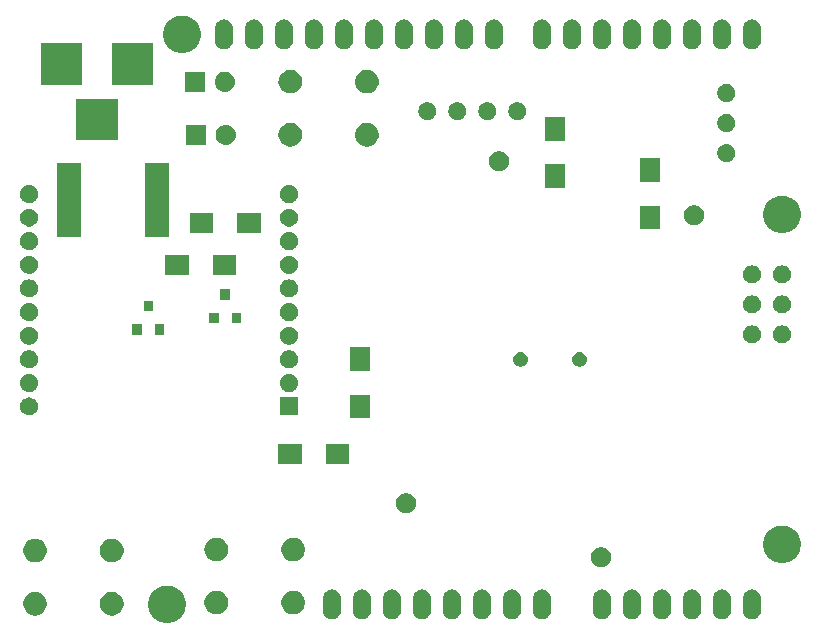
<source format=gbr>
G04 #@! TF.GenerationSoftware,KiCad,Pcbnew,5.0.1*
G04 #@! TF.CreationDate,2019-02-08T09:42:00-06:00*
G04 #@! TF.ProjectId,tomato_timer,746F6D61746F5F74696D65722E6B6963,rev?*
G04 #@! TF.SameCoordinates,Original*
G04 #@! TF.FileFunction,Soldermask,Top*
G04 #@! TF.FilePolarity,Negative*
%FSLAX46Y46*%
G04 Gerber Fmt 4.6, Leading zero omitted, Abs format (unit mm)*
G04 Created by KiCad (PCBNEW 5.0.1) date Fri 08 Feb 2019 09:42:00 AM CST*
%MOMM*%
%LPD*%
G01*
G04 APERTURE LIST*
%ADD10C,0.100000*%
G04 APERTURE END LIST*
D10*
G36*
X163033054Y-110233506D02*
X163033056Y-110233507D01*
X163033057Y-110233507D01*
X163139777Y-110277712D01*
X163321964Y-110353176D01*
X163581975Y-110526910D01*
X163803090Y-110748025D01*
X163976824Y-111008036D01*
X164096494Y-111296946D01*
X164157500Y-111603643D01*
X164157500Y-111916357D01*
X164106316Y-112173678D01*
X164096493Y-112223057D01*
X164062375Y-112305426D01*
X163976824Y-112511964D01*
X163803090Y-112771975D01*
X163581975Y-112993090D01*
X163321964Y-113166824D01*
X163139777Y-113242288D01*
X163033057Y-113286493D01*
X163033056Y-113286493D01*
X163033054Y-113286494D01*
X162726357Y-113347500D01*
X162413643Y-113347500D01*
X162106946Y-113286494D01*
X162106944Y-113286493D01*
X162106943Y-113286493D01*
X162000223Y-113242288D01*
X161818036Y-113166824D01*
X161558025Y-112993090D01*
X161336910Y-112771975D01*
X161163176Y-112511964D01*
X161077625Y-112305426D01*
X161043507Y-112223057D01*
X161033685Y-112173678D01*
X160982500Y-111916357D01*
X160982500Y-111603643D01*
X161043506Y-111296946D01*
X161163176Y-111008036D01*
X161336910Y-110748025D01*
X161558025Y-110526910D01*
X161818036Y-110353176D01*
X162000223Y-110277712D01*
X162106943Y-110233507D01*
X162106944Y-110233507D01*
X162106946Y-110233506D01*
X162413643Y-110172500D01*
X162726357Y-110172500D01*
X163033054Y-110233506D01*
X163033054Y-110233506D01*
G37*
G36*
X191929377Y-110501026D02*
X192014698Y-110526908D01*
X192073015Y-110544598D01*
X192139203Y-110579977D01*
X192205391Y-110615355D01*
X192321422Y-110710578D01*
X192321423Y-110710580D01*
X192321425Y-110710581D01*
X192378556Y-110780196D01*
X192416645Y-110826608D01*
X192461594Y-110910701D01*
X192487402Y-110958984D01*
X192501926Y-111006864D01*
X192530974Y-111102622D01*
X192542000Y-111214574D01*
X192542000Y-112305426D01*
X192530974Y-112417378D01*
X192512963Y-112476751D01*
X192487402Y-112561016D01*
X192487105Y-112561571D01*
X192416645Y-112693392D01*
X192321422Y-112809422D01*
X192205392Y-112904645D01*
X192121299Y-112949594D01*
X192073016Y-112975402D01*
X192025136Y-112989926D01*
X191929378Y-113018974D01*
X191780000Y-113033686D01*
X191630623Y-113018974D01*
X191534865Y-112989926D01*
X191486985Y-112975402D01*
X191438702Y-112949594D01*
X191354609Y-112904645D01*
X191238579Y-112809422D01*
X191143356Y-112693392D01*
X191072896Y-112561571D01*
X191072599Y-112561016D01*
X191047038Y-112476751D01*
X191029027Y-112417378D01*
X191018001Y-112305426D01*
X191018000Y-111214575D01*
X191029026Y-111102623D01*
X191071521Y-110962537D01*
X191072598Y-110958985D01*
X191107976Y-110892798D01*
X191143355Y-110826609D01*
X191238578Y-110710578D01*
X191238580Y-110710577D01*
X191238581Y-110710575D01*
X191354606Y-110615357D01*
X191354608Y-110615355D01*
X191438701Y-110570406D01*
X191486984Y-110544598D01*
X191545301Y-110526908D01*
X191630622Y-110501026D01*
X191780000Y-110486314D01*
X191929377Y-110501026D01*
X191929377Y-110501026D01*
G37*
G36*
X212249377Y-110501026D02*
X212334698Y-110526908D01*
X212393015Y-110544598D01*
X212459202Y-110579976D01*
X212525391Y-110615355D01*
X212641422Y-110710578D01*
X212641423Y-110710580D01*
X212641425Y-110710581D01*
X212698556Y-110780196D01*
X212736645Y-110826608D01*
X212781594Y-110910701D01*
X212807402Y-110958984D01*
X212821926Y-111006864D01*
X212850974Y-111102622D01*
X212862000Y-111214574D01*
X212862000Y-112305426D01*
X212850974Y-112417378D01*
X212832963Y-112476751D01*
X212807402Y-112561016D01*
X212807105Y-112561571D01*
X212736645Y-112693392D01*
X212641422Y-112809422D01*
X212525392Y-112904645D01*
X212441299Y-112949594D01*
X212393016Y-112975402D01*
X212345136Y-112989926D01*
X212249378Y-113018974D01*
X212100000Y-113033686D01*
X211950623Y-113018974D01*
X211854865Y-112989926D01*
X211806985Y-112975402D01*
X211758702Y-112949594D01*
X211674609Y-112904645D01*
X211558579Y-112809422D01*
X211463356Y-112693392D01*
X211392896Y-112561571D01*
X211392599Y-112561016D01*
X211367038Y-112476751D01*
X211349027Y-112417378D01*
X211338001Y-112305426D01*
X211338000Y-111214575D01*
X211349026Y-111102623D01*
X211391521Y-110962537D01*
X211392598Y-110958985D01*
X211427977Y-110892797D01*
X211463355Y-110826609D01*
X211558578Y-110710578D01*
X211558580Y-110710577D01*
X211558581Y-110710575D01*
X211674606Y-110615357D01*
X211674608Y-110615355D01*
X211758701Y-110570406D01*
X211806984Y-110544598D01*
X211865301Y-110526908D01*
X211950622Y-110501026D01*
X212100000Y-110486314D01*
X212249377Y-110501026D01*
X212249377Y-110501026D01*
G37*
G36*
X209709377Y-110501026D02*
X209794698Y-110526908D01*
X209853015Y-110544598D01*
X209919203Y-110579977D01*
X209985391Y-110615355D01*
X210101422Y-110710578D01*
X210101423Y-110710580D01*
X210101425Y-110710581D01*
X210158556Y-110780196D01*
X210196645Y-110826608D01*
X210241594Y-110910701D01*
X210267402Y-110958984D01*
X210281926Y-111006864D01*
X210310974Y-111102622D01*
X210322000Y-111214574D01*
X210322000Y-112305426D01*
X210310974Y-112417378D01*
X210292963Y-112476751D01*
X210267402Y-112561016D01*
X210267105Y-112561571D01*
X210196645Y-112693392D01*
X210101422Y-112809422D01*
X209985392Y-112904645D01*
X209901299Y-112949594D01*
X209853016Y-112975402D01*
X209805136Y-112989926D01*
X209709378Y-113018974D01*
X209560000Y-113033686D01*
X209410623Y-113018974D01*
X209314865Y-112989926D01*
X209266985Y-112975402D01*
X209218702Y-112949594D01*
X209134609Y-112904645D01*
X209018579Y-112809422D01*
X208923356Y-112693392D01*
X208852896Y-112561571D01*
X208852599Y-112561016D01*
X208827038Y-112476751D01*
X208809027Y-112417378D01*
X208798001Y-112305426D01*
X208798000Y-111214575D01*
X208809026Y-111102623D01*
X208851521Y-110962537D01*
X208852598Y-110958985D01*
X208887976Y-110892798D01*
X208923355Y-110826609D01*
X209018578Y-110710578D01*
X209018580Y-110710577D01*
X209018581Y-110710575D01*
X209134606Y-110615357D01*
X209134608Y-110615355D01*
X209218701Y-110570406D01*
X209266984Y-110544598D01*
X209325301Y-110526908D01*
X209410622Y-110501026D01*
X209560000Y-110486314D01*
X209709377Y-110501026D01*
X209709377Y-110501026D01*
G37*
G36*
X207169377Y-110501026D02*
X207254698Y-110526908D01*
X207313015Y-110544598D01*
X207379203Y-110579977D01*
X207445391Y-110615355D01*
X207561422Y-110710578D01*
X207561423Y-110710580D01*
X207561425Y-110710581D01*
X207618556Y-110780196D01*
X207656645Y-110826608D01*
X207701594Y-110910701D01*
X207727402Y-110958984D01*
X207741926Y-111006864D01*
X207770974Y-111102622D01*
X207782000Y-111214574D01*
X207782000Y-112305426D01*
X207770974Y-112417378D01*
X207752963Y-112476751D01*
X207727402Y-112561016D01*
X207727105Y-112561571D01*
X207656645Y-112693392D01*
X207561422Y-112809422D01*
X207445392Y-112904645D01*
X207361299Y-112949594D01*
X207313016Y-112975402D01*
X207265136Y-112989926D01*
X207169378Y-113018974D01*
X207020000Y-113033686D01*
X206870623Y-113018974D01*
X206774865Y-112989926D01*
X206726985Y-112975402D01*
X206678702Y-112949594D01*
X206594609Y-112904645D01*
X206478579Y-112809422D01*
X206383356Y-112693392D01*
X206312896Y-112561571D01*
X206312599Y-112561016D01*
X206287038Y-112476751D01*
X206269027Y-112417378D01*
X206258001Y-112305426D01*
X206258000Y-111214575D01*
X206269026Y-111102623D01*
X206311521Y-110962537D01*
X206312598Y-110958985D01*
X206347976Y-110892798D01*
X206383355Y-110826609D01*
X206478578Y-110710578D01*
X206478580Y-110710577D01*
X206478581Y-110710575D01*
X206594606Y-110615357D01*
X206594608Y-110615355D01*
X206678701Y-110570406D01*
X206726984Y-110544598D01*
X206785301Y-110526908D01*
X206870622Y-110501026D01*
X207020000Y-110486314D01*
X207169377Y-110501026D01*
X207169377Y-110501026D01*
G37*
G36*
X199549377Y-110501026D02*
X199634698Y-110526908D01*
X199693015Y-110544598D01*
X199759202Y-110579976D01*
X199825391Y-110615355D01*
X199941422Y-110710578D01*
X199941423Y-110710580D01*
X199941425Y-110710581D01*
X199998556Y-110780196D01*
X200036645Y-110826608D01*
X200081594Y-110910701D01*
X200107402Y-110958984D01*
X200121926Y-111006864D01*
X200150974Y-111102622D01*
X200162000Y-111214574D01*
X200162000Y-112305426D01*
X200150974Y-112417378D01*
X200132963Y-112476751D01*
X200107402Y-112561016D01*
X200107105Y-112561571D01*
X200036645Y-112693392D01*
X199941422Y-112809422D01*
X199825392Y-112904645D01*
X199741299Y-112949594D01*
X199693016Y-112975402D01*
X199645136Y-112989926D01*
X199549378Y-113018974D01*
X199400000Y-113033686D01*
X199250623Y-113018974D01*
X199154865Y-112989926D01*
X199106985Y-112975402D01*
X199058702Y-112949594D01*
X198974609Y-112904645D01*
X198858579Y-112809422D01*
X198763356Y-112693392D01*
X198692896Y-112561571D01*
X198692599Y-112561016D01*
X198667038Y-112476751D01*
X198649027Y-112417378D01*
X198638001Y-112305426D01*
X198638000Y-111214575D01*
X198649026Y-111102623D01*
X198691521Y-110962537D01*
X198692598Y-110958985D01*
X198727976Y-110892798D01*
X198763355Y-110826609D01*
X198858578Y-110710578D01*
X198858580Y-110710577D01*
X198858581Y-110710575D01*
X198974606Y-110615357D01*
X198974608Y-110615355D01*
X199058701Y-110570406D01*
X199106984Y-110544598D01*
X199165301Y-110526908D01*
X199250622Y-110501026D01*
X199400000Y-110486314D01*
X199549377Y-110501026D01*
X199549377Y-110501026D01*
G37*
G36*
X202089377Y-110501026D02*
X202174698Y-110526908D01*
X202233015Y-110544598D01*
X202299202Y-110579976D01*
X202365391Y-110615355D01*
X202481422Y-110710578D01*
X202481423Y-110710580D01*
X202481425Y-110710581D01*
X202538556Y-110780196D01*
X202576645Y-110826608D01*
X202621594Y-110910701D01*
X202647402Y-110958984D01*
X202661926Y-111006864D01*
X202690974Y-111102622D01*
X202702000Y-111214574D01*
X202702000Y-112305426D01*
X202690974Y-112417378D01*
X202672963Y-112476751D01*
X202647402Y-112561016D01*
X202647105Y-112561571D01*
X202576645Y-112693392D01*
X202481422Y-112809422D01*
X202365392Y-112904645D01*
X202281299Y-112949594D01*
X202233016Y-112975402D01*
X202185136Y-112989926D01*
X202089378Y-113018974D01*
X201940000Y-113033686D01*
X201790623Y-113018974D01*
X201694865Y-112989926D01*
X201646985Y-112975402D01*
X201598702Y-112949594D01*
X201514609Y-112904645D01*
X201398579Y-112809422D01*
X201303356Y-112693392D01*
X201232896Y-112561571D01*
X201232599Y-112561016D01*
X201207038Y-112476751D01*
X201189027Y-112417378D01*
X201178001Y-112305426D01*
X201178000Y-111214575D01*
X201189026Y-111102623D01*
X201231521Y-110962537D01*
X201232598Y-110958985D01*
X201267976Y-110892798D01*
X201303355Y-110826609D01*
X201398578Y-110710578D01*
X201398580Y-110710577D01*
X201398581Y-110710575D01*
X201514606Y-110615357D01*
X201514608Y-110615355D01*
X201598701Y-110570406D01*
X201646984Y-110544598D01*
X201705301Y-110526908D01*
X201790622Y-110501026D01*
X201940000Y-110486314D01*
X202089377Y-110501026D01*
X202089377Y-110501026D01*
G37*
G36*
X204629377Y-110501026D02*
X204714698Y-110526908D01*
X204773015Y-110544598D01*
X204839203Y-110579977D01*
X204905391Y-110615355D01*
X205021422Y-110710578D01*
X205021423Y-110710580D01*
X205021425Y-110710581D01*
X205078556Y-110780196D01*
X205116645Y-110826608D01*
X205161594Y-110910701D01*
X205187402Y-110958984D01*
X205201926Y-111006864D01*
X205230974Y-111102622D01*
X205242000Y-111214574D01*
X205242000Y-112305426D01*
X205230974Y-112417378D01*
X205212963Y-112476751D01*
X205187402Y-112561016D01*
X205187105Y-112561571D01*
X205116645Y-112693392D01*
X205021422Y-112809422D01*
X204905392Y-112904645D01*
X204821299Y-112949594D01*
X204773016Y-112975402D01*
X204725136Y-112989926D01*
X204629378Y-113018974D01*
X204480000Y-113033686D01*
X204330623Y-113018974D01*
X204234865Y-112989926D01*
X204186985Y-112975402D01*
X204138702Y-112949594D01*
X204054609Y-112904645D01*
X203938579Y-112809422D01*
X203843356Y-112693392D01*
X203772896Y-112561571D01*
X203772599Y-112561016D01*
X203747038Y-112476751D01*
X203729027Y-112417378D01*
X203718001Y-112305426D01*
X203718000Y-111214575D01*
X203729026Y-111102623D01*
X203771521Y-110962537D01*
X203772598Y-110958985D01*
X203807976Y-110892798D01*
X203843355Y-110826609D01*
X203938578Y-110710578D01*
X203938580Y-110710577D01*
X203938581Y-110710575D01*
X204054606Y-110615357D01*
X204054608Y-110615355D01*
X204138701Y-110570406D01*
X204186984Y-110544598D01*
X204245301Y-110526908D01*
X204330622Y-110501026D01*
X204480000Y-110486314D01*
X204629377Y-110501026D01*
X204629377Y-110501026D01*
G37*
G36*
X189389377Y-110501026D02*
X189474698Y-110526908D01*
X189533015Y-110544598D01*
X189599203Y-110579977D01*
X189665391Y-110615355D01*
X189781422Y-110710578D01*
X189781423Y-110710580D01*
X189781425Y-110710581D01*
X189838556Y-110780196D01*
X189876645Y-110826608D01*
X189921594Y-110910701D01*
X189947402Y-110958984D01*
X189961926Y-111006864D01*
X189990974Y-111102622D01*
X190002000Y-111214574D01*
X190002000Y-112305426D01*
X189990974Y-112417378D01*
X189972963Y-112476751D01*
X189947402Y-112561016D01*
X189947105Y-112561571D01*
X189876645Y-112693392D01*
X189781422Y-112809422D01*
X189665392Y-112904645D01*
X189581299Y-112949594D01*
X189533016Y-112975402D01*
X189485136Y-112989926D01*
X189389378Y-113018974D01*
X189240000Y-113033686D01*
X189090623Y-113018974D01*
X188994865Y-112989926D01*
X188946985Y-112975402D01*
X188898702Y-112949594D01*
X188814609Y-112904645D01*
X188698579Y-112809422D01*
X188603356Y-112693392D01*
X188532896Y-112561571D01*
X188532599Y-112561016D01*
X188507038Y-112476751D01*
X188489027Y-112417378D01*
X188478001Y-112305426D01*
X188478000Y-111214575D01*
X188489026Y-111102623D01*
X188531521Y-110962537D01*
X188532598Y-110958985D01*
X188567976Y-110892798D01*
X188603355Y-110826609D01*
X188698578Y-110710578D01*
X188698580Y-110710577D01*
X188698581Y-110710575D01*
X188814606Y-110615357D01*
X188814608Y-110615355D01*
X188898701Y-110570406D01*
X188946984Y-110544598D01*
X189005301Y-110526908D01*
X189090622Y-110501026D01*
X189240000Y-110486314D01*
X189389377Y-110501026D01*
X189389377Y-110501026D01*
G37*
G36*
X194469377Y-110501026D02*
X194554698Y-110526908D01*
X194613015Y-110544598D01*
X194679203Y-110579977D01*
X194745391Y-110615355D01*
X194861422Y-110710578D01*
X194861423Y-110710580D01*
X194861425Y-110710581D01*
X194918556Y-110780196D01*
X194956645Y-110826608D01*
X195001594Y-110910701D01*
X195027402Y-110958984D01*
X195041926Y-111006864D01*
X195070974Y-111102622D01*
X195082000Y-111214574D01*
X195082000Y-112305426D01*
X195070974Y-112417378D01*
X195052963Y-112476751D01*
X195027402Y-112561016D01*
X195027105Y-112561571D01*
X194956645Y-112693392D01*
X194861422Y-112809422D01*
X194745392Y-112904645D01*
X194661299Y-112949594D01*
X194613016Y-112975402D01*
X194565136Y-112989926D01*
X194469378Y-113018974D01*
X194320000Y-113033686D01*
X194170623Y-113018974D01*
X194074865Y-112989926D01*
X194026985Y-112975402D01*
X193978702Y-112949594D01*
X193894609Y-112904645D01*
X193778579Y-112809422D01*
X193683356Y-112693392D01*
X193612896Y-112561571D01*
X193612599Y-112561016D01*
X193587038Y-112476751D01*
X193569027Y-112417378D01*
X193558001Y-112305426D01*
X193558000Y-111214575D01*
X193569026Y-111102623D01*
X193611521Y-110962537D01*
X193612598Y-110958985D01*
X193647976Y-110892798D01*
X193683355Y-110826609D01*
X193778578Y-110710578D01*
X193778580Y-110710577D01*
X193778581Y-110710575D01*
X193894606Y-110615357D01*
X193894608Y-110615355D01*
X193978701Y-110570406D01*
X194026984Y-110544598D01*
X194085301Y-110526908D01*
X194170622Y-110501026D01*
X194320000Y-110486314D01*
X194469377Y-110501026D01*
X194469377Y-110501026D01*
G37*
G36*
X176689377Y-110501026D02*
X176774698Y-110526908D01*
X176833015Y-110544598D01*
X176899203Y-110579977D01*
X176965391Y-110615355D01*
X177081422Y-110710578D01*
X177081423Y-110710580D01*
X177081425Y-110710581D01*
X177138556Y-110780196D01*
X177176645Y-110826608D01*
X177221594Y-110910701D01*
X177247402Y-110958984D01*
X177261926Y-111006864D01*
X177290974Y-111102622D01*
X177302000Y-111214574D01*
X177302000Y-112305426D01*
X177290974Y-112417378D01*
X177272963Y-112476751D01*
X177247402Y-112561016D01*
X177247105Y-112561571D01*
X177176645Y-112693392D01*
X177081422Y-112809422D01*
X176965392Y-112904645D01*
X176881299Y-112949594D01*
X176833016Y-112975402D01*
X176785136Y-112989926D01*
X176689378Y-113018974D01*
X176540000Y-113033686D01*
X176390623Y-113018974D01*
X176294865Y-112989926D01*
X176246985Y-112975402D01*
X176198702Y-112949594D01*
X176114609Y-112904645D01*
X175998579Y-112809422D01*
X175903356Y-112693392D01*
X175832896Y-112561571D01*
X175832599Y-112561016D01*
X175807038Y-112476751D01*
X175789027Y-112417378D01*
X175778001Y-112305426D01*
X175778000Y-111214575D01*
X175789026Y-111102623D01*
X175831521Y-110962537D01*
X175832598Y-110958985D01*
X175867976Y-110892798D01*
X175903355Y-110826609D01*
X175998578Y-110710578D01*
X175998580Y-110710577D01*
X175998581Y-110710575D01*
X176114606Y-110615357D01*
X176114608Y-110615355D01*
X176198701Y-110570406D01*
X176246984Y-110544598D01*
X176305301Y-110526908D01*
X176390622Y-110501026D01*
X176540000Y-110486314D01*
X176689377Y-110501026D01*
X176689377Y-110501026D01*
G37*
G36*
X179229377Y-110501026D02*
X179314698Y-110526908D01*
X179373015Y-110544598D01*
X179439203Y-110579977D01*
X179505391Y-110615355D01*
X179621422Y-110710578D01*
X179621423Y-110710580D01*
X179621425Y-110710581D01*
X179678556Y-110780196D01*
X179716645Y-110826608D01*
X179761594Y-110910701D01*
X179787402Y-110958984D01*
X179801926Y-111006864D01*
X179830974Y-111102622D01*
X179842000Y-111214574D01*
X179842000Y-112305426D01*
X179830974Y-112417378D01*
X179812963Y-112476751D01*
X179787402Y-112561016D01*
X179787105Y-112561571D01*
X179716645Y-112693392D01*
X179621422Y-112809422D01*
X179505392Y-112904645D01*
X179421299Y-112949594D01*
X179373016Y-112975402D01*
X179325136Y-112989926D01*
X179229378Y-113018974D01*
X179080000Y-113033686D01*
X178930623Y-113018974D01*
X178834865Y-112989926D01*
X178786985Y-112975402D01*
X178738702Y-112949594D01*
X178654609Y-112904645D01*
X178538579Y-112809422D01*
X178443356Y-112693392D01*
X178372896Y-112561571D01*
X178372599Y-112561016D01*
X178347038Y-112476751D01*
X178329027Y-112417378D01*
X178318001Y-112305426D01*
X178318000Y-111214575D01*
X178329026Y-111102623D01*
X178371521Y-110962537D01*
X178372598Y-110958985D01*
X178407976Y-110892798D01*
X178443355Y-110826609D01*
X178538578Y-110710578D01*
X178538580Y-110710577D01*
X178538581Y-110710575D01*
X178654606Y-110615357D01*
X178654608Y-110615355D01*
X178738701Y-110570406D01*
X178786984Y-110544598D01*
X178845301Y-110526908D01*
X178930622Y-110501026D01*
X179080000Y-110486314D01*
X179229377Y-110501026D01*
X179229377Y-110501026D01*
G37*
G36*
X181769377Y-110501026D02*
X181854698Y-110526908D01*
X181913015Y-110544598D01*
X181979203Y-110579977D01*
X182045391Y-110615355D01*
X182161422Y-110710578D01*
X182161423Y-110710580D01*
X182161425Y-110710581D01*
X182218556Y-110780196D01*
X182256645Y-110826608D01*
X182301594Y-110910701D01*
X182327402Y-110958984D01*
X182341926Y-111006864D01*
X182370974Y-111102622D01*
X182382000Y-111214574D01*
X182382000Y-112305426D01*
X182370974Y-112417378D01*
X182352963Y-112476751D01*
X182327402Y-112561016D01*
X182327105Y-112561571D01*
X182256645Y-112693392D01*
X182161422Y-112809422D01*
X182045392Y-112904645D01*
X181961299Y-112949594D01*
X181913016Y-112975402D01*
X181865136Y-112989926D01*
X181769378Y-113018974D01*
X181620000Y-113033686D01*
X181470623Y-113018974D01*
X181374865Y-112989926D01*
X181326985Y-112975402D01*
X181278702Y-112949594D01*
X181194609Y-112904645D01*
X181078579Y-112809422D01*
X180983356Y-112693392D01*
X180912896Y-112561571D01*
X180912599Y-112561016D01*
X180887038Y-112476751D01*
X180869027Y-112417378D01*
X180858001Y-112305426D01*
X180858000Y-111214575D01*
X180869026Y-111102623D01*
X180911521Y-110962537D01*
X180912598Y-110958985D01*
X180947976Y-110892798D01*
X180983355Y-110826609D01*
X181078578Y-110710578D01*
X181078580Y-110710577D01*
X181078581Y-110710575D01*
X181194606Y-110615357D01*
X181194608Y-110615355D01*
X181278701Y-110570406D01*
X181326984Y-110544598D01*
X181385301Y-110526908D01*
X181470622Y-110501026D01*
X181620000Y-110486314D01*
X181769377Y-110501026D01*
X181769377Y-110501026D01*
G37*
G36*
X184309377Y-110501026D02*
X184394698Y-110526908D01*
X184453015Y-110544598D01*
X184519203Y-110579977D01*
X184585391Y-110615355D01*
X184701422Y-110710578D01*
X184701423Y-110710580D01*
X184701425Y-110710581D01*
X184758556Y-110780196D01*
X184796645Y-110826608D01*
X184841594Y-110910701D01*
X184867402Y-110958984D01*
X184881926Y-111006864D01*
X184910974Y-111102622D01*
X184922000Y-111214574D01*
X184922000Y-112305426D01*
X184910974Y-112417378D01*
X184892963Y-112476751D01*
X184867402Y-112561016D01*
X184867105Y-112561571D01*
X184796645Y-112693392D01*
X184701422Y-112809422D01*
X184585392Y-112904645D01*
X184501299Y-112949594D01*
X184453016Y-112975402D01*
X184405136Y-112989926D01*
X184309378Y-113018974D01*
X184160000Y-113033686D01*
X184010623Y-113018974D01*
X183914865Y-112989926D01*
X183866985Y-112975402D01*
X183818702Y-112949594D01*
X183734609Y-112904645D01*
X183618579Y-112809422D01*
X183523356Y-112693392D01*
X183452896Y-112561571D01*
X183452599Y-112561016D01*
X183427038Y-112476751D01*
X183409027Y-112417378D01*
X183398001Y-112305426D01*
X183398000Y-111214575D01*
X183409026Y-111102623D01*
X183451521Y-110962537D01*
X183452598Y-110958985D01*
X183487976Y-110892798D01*
X183523355Y-110826609D01*
X183618578Y-110710578D01*
X183618580Y-110710577D01*
X183618581Y-110710575D01*
X183734606Y-110615357D01*
X183734608Y-110615355D01*
X183818701Y-110570406D01*
X183866984Y-110544598D01*
X183925301Y-110526908D01*
X184010622Y-110501026D01*
X184160000Y-110486314D01*
X184309377Y-110501026D01*
X184309377Y-110501026D01*
G37*
G36*
X186849377Y-110501026D02*
X186934698Y-110526908D01*
X186993015Y-110544598D01*
X187059203Y-110579977D01*
X187125391Y-110615355D01*
X187241422Y-110710578D01*
X187241423Y-110710580D01*
X187241425Y-110710581D01*
X187298556Y-110780196D01*
X187336645Y-110826608D01*
X187381594Y-110910701D01*
X187407402Y-110958984D01*
X187421926Y-111006864D01*
X187450974Y-111102622D01*
X187462000Y-111214574D01*
X187462000Y-112305426D01*
X187450974Y-112417378D01*
X187432963Y-112476751D01*
X187407402Y-112561016D01*
X187407105Y-112561571D01*
X187336645Y-112693392D01*
X187241422Y-112809422D01*
X187125392Y-112904645D01*
X187041299Y-112949594D01*
X186993016Y-112975402D01*
X186945136Y-112989926D01*
X186849378Y-113018974D01*
X186700000Y-113033686D01*
X186550623Y-113018974D01*
X186454865Y-112989926D01*
X186406985Y-112975402D01*
X186358702Y-112949594D01*
X186274609Y-112904645D01*
X186158579Y-112809422D01*
X186063356Y-112693392D01*
X185992896Y-112561571D01*
X185992599Y-112561016D01*
X185967038Y-112476751D01*
X185949027Y-112417378D01*
X185938001Y-112305426D01*
X185938000Y-111214575D01*
X185949026Y-111102623D01*
X185991521Y-110962537D01*
X185992598Y-110958985D01*
X186027976Y-110892798D01*
X186063355Y-110826609D01*
X186158578Y-110710578D01*
X186158580Y-110710577D01*
X186158581Y-110710575D01*
X186274606Y-110615357D01*
X186274608Y-110615355D01*
X186358701Y-110570406D01*
X186406984Y-110544598D01*
X186465301Y-110526908D01*
X186550622Y-110501026D01*
X186700000Y-110486314D01*
X186849377Y-110501026D01*
X186849377Y-110501026D01*
G37*
G36*
X151571770Y-110715372D02*
X151687689Y-110738429D01*
X151869678Y-110813811D01*
X152033463Y-110923249D01*
X152172751Y-111062537D01*
X152282189Y-111226322D01*
X152357571Y-111408311D01*
X152396000Y-111601509D01*
X152396000Y-111798491D01*
X152357571Y-111991689D01*
X152282189Y-112173678D01*
X152172751Y-112337463D01*
X152033463Y-112476751D01*
X151869678Y-112586189D01*
X151687689Y-112661571D01*
X151571770Y-112684628D01*
X151494493Y-112700000D01*
X151297507Y-112700000D01*
X151220230Y-112684628D01*
X151104311Y-112661571D01*
X150922322Y-112586189D01*
X150758537Y-112476751D01*
X150619249Y-112337463D01*
X150509811Y-112173678D01*
X150434429Y-111991689D01*
X150396000Y-111798491D01*
X150396000Y-111601509D01*
X150434429Y-111408311D01*
X150509811Y-111226322D01*
X150619249Y-111062537D01*
X150758537Y-110923249D01*
X150922322Y-110813811D01*
X151104311Y-110738429D01*
X151220230Y-110715372D01*
X151297507Y-110700000D01*
X151494493Y-110700000D01*
X151571770Y-110715372D01*
X151571770Y-110715372D01*
G37*
G36*
X158071770Y-110715372D02*
X158187689Y-110738429D01*
X158369678Y-110813811D01*
X158533463Y-110923249D01*
X158672751Y-111062537D01*
X158782189Y-111226322D01*
X158857571Y-111408311D01*
X158896000Y-111601509D01*
X158896000Y-111798491D01*
X158857571Y-111991689D01*
X158782189Y-112173678D01*
X158672751Y-112337463D01*
X158533463Y-112476751D01*
X158369678Y-112586189D01*
X158187689Y-112661571D01*
X158071770Y-112684628D01*
X157994493Y-112700000D01*
X157797507Y-112700000D01*
X157720230Y-112684628D01*
X157604311Y-112661571D01*
X157422322Y-112586189D01*
X157258537Y-112476751D01*
X157119249Y-112337463D01*
X157009811Y-112173678D01*
X156934429Y-111991689D01*
X156896000Y-111798491D01*
X156896000Y-111601509D01*
X156934429Y-111408311D01*
X157009811Y-111226322D01*
X157119249Y-111062537D01*
X157258537Y-110923249D01*
X157422322Y-110813811D01*
X157604311Y-110738429D01*
X157720230Y-110715372D01*
X157797507Y-110700000D01*
X157994493Y-110700000D01*
X158071770Y-110715372D01*
X158071770Y-110715372D01*
G37*
G36*
X166921687Y-110615355D02*
X167037689Y-110638429D01*
X167219678Y-110713811D01*
X167383463Y-110823249D01*
X167522751Y-110962537D01*
X167632189Y-111126322D01*
X167707571Y-111308311D01*
X167746000Y-111501509D01*
X167746000Y-111698491D01*
X167707571Y-111891689D01*
X167632189Y-112073678D01*
X167522751Y-112237463D01*
X167383463Y-112376751D01*
X167219678Y-112486189D01*
X167037689Y-112561571D01*
X166921770Y-112584628D01*
X166844493Y-112600000D01*
X166647507Y-112600000D01*
X166570230Y-112584628D01*
X166454311Y-112561571D01*
X166272322Y-112486189D01*
X166108537Y-112376751D01*
X165969249Y-112237463D01*
X165859811Y-112073678D01*
X165784429Y-111891689D01*
X165746000Y-111698491D01*
X165746000Y-111501509D01*
X165784429Y-111308311D01*
X165859811Y-111126322D01*
X165969249Y-110962537D01*
X166108537Y-110823249D01*
X166272322Y-110713811D01*
X166454311Y-110638429D01*
X166570313Y-110615355D01*
X166647507Y-110600000D01*
X166844493Y-110600000D01*
X166921687Y-110615355D01*
X166921687Y-110615355D01*
G37*
G36*
X173421687Y-110615355D02*
X173537689Y-110638429D01*
X173719678Y-110713811D01*
X173883463Y-110823249D01*
X174022751Y-110962537D01*
X174132189Y-111126322D01*
X174207571Y-111308311D01*
X174246000Y-111501509D01*
X174246000Y-111698491D01*
X174207571Y-111891689D01*
X174132189Y-112073678D01*
X174022751Y-112237463D01*
X173883463Y-112376751D01*
X173719678Y-112486189D01*
X173537689Y-112561571D01*
X173421770Y-112584628D01*
X173344493Y-112600000D01*
X173147507Y-112600000D01*
X173070230Y-112584628D01*
X172954311Y-112561571D01*
X172772322Y-112486189D01*
X172608537Y-112376751D01*
X172469249Y-112237463D01*
X172359811Y-112073678D01*
X172284429Y-111891689D01*
X172246000Y-111698491D01*
X172246000Y-111501509D01*
X172284429Y-111308311D01*
X172359811Y-111126322D01*
X172469249Y-110962537D01*
X172608537Y-110823249D01*
X172772322Y-110713811D01*
X172954311Y-110638429D01*
X173070313Y-110615355D01*
X173147507Y-110600000D01*
X173344493Y-110600000D01*
X173421687Y-110615355D01*
X173421687Y-110615355D01*
G37*
G36*
X199565934Y-106946664D02*
X199720627Y-107010740D01*
X199859847Y-107103764D01*
X199978236Y-107222153D01*
X200071260Y-107361373D01*
X200135336Y-107516066D01*
X200168000Y-107680281D01*
X200168000Y-107847719D01*
X200135336Y-108011934D01*
X200071260Y-108166627D01*
X199978236Y-108305847D01*
X199859847Y-108424236D01*
X199720627Y-108517260D01*
X199565934Y-108581336D01*
X199401719Y-108614000D01*
X199234281Y-108614000D01*
X199070066Y-108581336D01*
X198915373Y-108517260D01*
X198776153Y-108424236D01*
X198657764Y-108305847D01*
X198564740Y-108166627D01*
X198500664Y-108011934D01*
X198468000Y-107847719D01*
X198468000Y-107680281D01*
X198500664Y-107516066D01*
X198564740Y-107361373D01*
X198657764Y-107222153D01*
X198776153Y-107103764D01*
X198915373Y-107010740D01*
X199070066Y-106946664D01*
X199234281Y-106914000D01*
X199401719Y-106914000D01*
X199565934Y-106946664D01*
X199565934Y-106946664D01*
G37*
G36*
X215103054Y-105153506D02*
X215103056Y-105153507D01*
X215103057Y-105153507D01*
X215209777Y-105197712D01*
X215391964Y-105273176D01*
X215651975Y-105446910D01*
X215873090Y-105668025D01*
X216046824Y-105928036D01*
X216046824Y-105928037D01*
X216165196Y-106213811D01*
X216166494Y-106216946D01*
X216227500Y-106523643D01*
X216227500Y-106836357D01*
X216174310Y-107103762D01*
X216166493Y-107143057D01*
X216133730Y-107222153D01*
X216046824Y-107431964D01*
X215873090Y-107691975D01*
X215651975Y-107913090D01*
X215391964Y-108086824D01*
X215211508Y-108161571D01*
X215103057Y-108206493D01*
X215103056Y-108206493D01*
X215103054Y-108206494D01*
X214796357Y-108267500D01*
X214483643Y-108267500D01*
X214176946Y-108206494D01*
X214176944Y-108206493D01*
X214176943Y-108206493D01*
X214068492Y-108161571D01*
X213888036Y-108086824D01*
X213628025Y-107913090D01*
X213406910Y-107691975D01*
X213233176Y-107431964D01*
X213146270Y-107222153D01*
X213113507Y-107143057D01*
X213105691Y-107103762D01*
X213052500Y-106836357D01*
X213052500Y-106523643D01*
X213113506Y-106216946D01*
X213114805Y-106213811D01*
X213233176Y-105928037D01*
X213233176Y-105928036D01*
X213406910Y-105668025D01*
X213628025Y-105446910D01*
X213888036Y-105273176D01*
X214070223Y-105197712D01*
X214176943Y-105153507D01*
X214176944Y-105153507D01*
X214176946Y-105153506D01*
X214483643Y-105092500D01*
X214796357Y-105092500D01*
X215103054Y-105153506D01*
X215103054Y-105153506D01*
G37*
G36*
X151571770Y-106215372D02*
X151687689Y-106238429D01*
X151869678Y-106313811D01*
X152033463Y-106423249D01*
X152172751Y-106562537D01*
X152282189Y-106726322D01*
X152357571Y-106908311D01*
X152396000Y-107101509D01*
X152396000Y-107298491D01*
X152357571Y-107491689D01*
X152282189Y-107673678D01*
X152172751Y-107837463D01*
X152033463Y-107976751D01*
X151869678Y-108086189D01*
X151687689Y-108161571D01*
X151571770Y-108184628D01*
X151494493Y-108200000D01*
X151297507Y-108200000D01*
X151220230Y-108184628D01*
X151104311Y-108161571D01*
X150922322Y-108086189D01*
X150758537Y-107976751D01*
X150619249Y-107837463D01*
X150509811Y-107673678D01*
X150434429Y-107491689D01*
X150396000Y-107298491D01*
X150396000Y-107101509D01*
X150434429Y-106908311D01*
X150509811Y-106726322D01*
X150619249Y-106562537D01*
X150758537Y-106423249D01*
X150922322Y-106313811D01*
X151104311Y-106238429D01*
X151220230Y-106215372D01*
X151297507Y-106200000D01*
X151494493Y-106200000D01*
X151571770Y-106215372D01*
X151571770Y-106215372D01*
G37*
G36*
X158071770Y-106215372D02*
X158187689Y-106238429D01*
X158369678Y-106313811D01*
X158533463Y-106423249D01*
X158672751Y-106562537D01*
X158782189Y-106726322D01*
X158857571Y-106908311D01*
X158896000Y-107101509D01*
X158896000Y-107298491D01*
X158857571Y-107491689D01*
X158782189Y-107673678D01*
X158672751Y-107837463D01*
X158533463Y-107976751D01*
X158369678Y-108086189D01*
X158187689Y-108161571D01*
X158071770Y-108184628D01*
X157994493Y-108200000D01*
X157797507Y-108200000D01*
X157720230Y-108184628D01*
X157604311Y-108161571D01*
X157422322Y-108086189D01*
X157258537Y-107976751D01*
X157119249Y-107837463D01*
X157009811Y-107673678D01*
X156934429Y-107491689D01*
X156896000Y-107298491D01*
X156896000Y-107101509D01*
X156934429Y-106908311D01*
X157009811Y-106726322D01*
X157119249Y-106562537D01*
X157258537Y-106423249D01*
X157422322Y-106313811D01*
X157604311Y-106238429D01*
X157720230Y-106215372D01*
X157797507Y-106200000D01*
X157994493Y-106200000D01*
X158071770Y-106215372D01*
X158071770Y-106215372D01*
G37*
G36*
X173421770Y-106115372D02*
X173537689Y-106138429D01*
X173719678Y-106213811D01*
X173883463Y-106323249D01*
X174022751Y-106462537D01*
X174132189Y-106626322D01*
X174207571Y-106808311D01*
X174227462Y-106908311D01*
X174246000Y-107001507D01*
X174246000Y-107198493D01*
X174241293Y-107222156D01*
X174207571Y-107391689D01*
X174132189Y-107573678D01*
X174022751Y-107737463D01*
X173883463Y-107876751D01*
X173719678Y-107986189D01*
X173537689Y-108061571D01*
X173421770Y-108084628D01*
X173344493Y-108100000D01*
X173147507Y-108100000D01*
X173070230Y-108084628D01*
X172954311Y-108061571D01*
X172772322Y-107986189D01*
X172608537Y-107876751D01*
X172469249Y-107737463D01*
X172359811Y-107573678D01*
X172284429Y-107391689D01*
X172250707Y-107222156D01*
X172246000Y-107198493D01*
X172246000Y-107001507D01*
X172264538Y-106908311D01*
X172284429Y-106808311D01*
X172359811Y-106626322D01*
X172469249Y-106462537D01*
X172608537Y-106323249D01*
X172772322Y-106213811D01*
X172954311Y-106138429D01*
X173070230Y-106115372D01*
X173147507Y-106100000D01*
X173344493Y-106100000D01*
X173421770Y-106115372D01*
X173421770Y-106115372D01*
G37*
G36*
X166921770Y-106115372D02*
X167037689Y-106138429D01*
X167219678Y-106213811D01*
X167383463Y-106323249D01*
X167522751Y-106462537D01*
X167632189Y-106626322D01*
X167707571Y-106808311D01*
X167727462Y-106908311D01*
X167746000Y-107001507D01*
X167746000Y-107198493D01*
X167741293Y-107222156D01*
X167707571Y-107391689D01*
X167632189Y-107573678D01*
X167522751Y-107737463D01*
X167383463Y-107876751D01*
X167219678Y-107986189D01*
X167037689Y-108061571D01*
X166921770Y-108084628D01*
X166844493Y-108100000D01*
X166647507Y-108100000D01*
X166570230Y-108084628D01*
X166454311Y-108061571D01*
X166272322Y-107986189D01*
X166108537Y-107876751D01*
X165969249Y-107737463D01*
X165859811Y-107573678D01*
X165784429Y-107391689D01*
X165750707Y-107222156D01*
X165746000Y-107198493D01*
X165746000Y-107001507D01*
X165764538Y-106908311D01*
X165784429Y-106808311D01*
X165859811Y-106626322D01*
X165969249Y-106462537D01*
X166108537Y-106323249D01*
X166272322Y-106213811D01*
X166454311Y-106138429D01*
X166570230Y-106115372D01*
X166647507Y-106100000D01*
X166844493Y-106100000D01*
X166921770Y-106115372D01*
X166921770Y-106115372D01*
G37*
G36*
X183055934Y-102374664D02*
X183210627Y-102438740D01*
X183349847Y-102531764D01*
X183468236Y-102650153D01*
X183561260Y-102789373D01*
X183625336Y-102944066D01*
X183658000Y-103108281D01*
X183658000Y-103275719D01*
X183625336Y-103439934D01*
X183561260Y-103594627D01*
X183468236Y-103733847D01*
X183349847Y-103852236D01*
X183210627Y-103945260D01*
X183055934Y-104009336D01*
X182891719Y-104042000D01*
X182724281Y-104042000D01*
X182560066Y-104009336D01*
X182405373Y-103945260D01*
X182266153Y-103852236D01*
X182147764Y-103733847D01*
X182054740Y-103594627D01*
X181990664Y-103439934D01*
X181958000Y-103275719D01*
X181958000Y-103108281D01*
X181990664Y-102944066D01*
X182054740Y-102789373D01*
X182147764Y-102650153D01*
X182266153Y-102531764D01*
X182405373Y-102438740D01*
X182560066Y-102374664D01*
X182724281Y-102342000D01*
X182891719Y-102342000D01*
X183055934Y-102374664D01*
X183055934Y-102374664D01*
G37*
G36*
X178000000Y-99850000D02*
X176000000Y-99850000D01*
X176000000Y-98150000D01*
X178000000Y-98150000D01*
X178000000Y-99850000D01*
X178000000Y-99850000D01*
G37*
G36*
X174000000Y-99850000D02*
X172000000Y-99850000D01*
X172000000Y-98150000D01*
X174000000Y-98150000D01*
X174000000Y-99850000D01*
X174000000Y-99850000D01*
G37*
G36*
X179780000Y-96000000D02*
X178080000Y-96000000D01*
X178080000Y-94000000D01*
X179780000Y-94000000D01*
X179780000Y-96000000D01*
X179780000Y-96000000D01*
G37*
G36*
X151073195Y-94257522D02*
X151122267Y-94267283D01*
X151260942Y-94324724D01*
X151385750Y-94408118D01*
X151491882Y-94514250D01*
X151575276Y-94639058D01*
X151632717Y-94777734D01*
X151662000Y-94924948D01*
X151662000Y-95075052D01*
X151632717Y-95222266D01*
X151575276Y-95360942D01*
X151491882Y-95485750D01*
X151385750Y-95591882D01*
X151385747Y-95591884D01*
X151260942Y-95675276D01*
X151122267Y-95732717D01*
X151073195Y-95742478D01*
X150975052Y-95762000D01*
X150824948Y-95762000D01*
X150726805Y-95742478D01*
X150677733Y-95732717D01*
X150539058Y-95675276D01*
X150414253Y-95591884D01*
X150414250Y-95591882D01*
X150308118Y-95485750D01*
X150224724Y-95360942D01*
X150167283Y-95222266D01*
X150138000Y-95075052D01*
X150138000Y-94924948D01*
X150167283Y-94777734D01*
X150224724Y-94639058D01*
X150308118Y-94514250D01*
X150414250Y-94408118D01*
X150539058Y-94324724D01*
X150677733Y-94267283D01*
X150726805Y-94257522D01*
X150824948Y-94238000D01*
X150975052Y-94238000D01*
X151073195Y-94257522D01*
X151073195Y-94257522D01*
G37*
G36*
X173662000Y-95762000D02*
X172138000Y-95762000D01*
X172138000Y-94238000D01*
X173662000Y-94238000D01*
X173662000Y-95762000D01*
X173662000Y-95762000D01*
G37*
G36*
X173073195Y-92257522D02*
X173122267Y-92267283D01*
X173260942Y-92324724D01*
X173385750Y-92408118D01*
X173491882Y-92514250D01*
X173575276Y-92639058D01*
X173632717Y-92777734D01*
X173662000Y-92924948D01*
X173662000Y-93075052D01*
X173632717Y-93222266D01*
X173575276Y-93360942D01*
X173491882Y-93485750D01*
X173385750Y-93591882D01*
X173385747Y-93591884D01*
X173260942Y-93675276D01*
X173122267Y-93732717D01*
X173073195Y-93742478D01*
X172975052Y-93762000D01*
X172824948Y-93762000D01*
X172726805Y-93742478D01*
X172677733Y-93732717D01*
X172539058Y-93675276D01*
X172414253Y-93591884D01*
X172414250Y-93591882D01*
X172308118Y-93485750D01*
X172224724Y-93360942D01*
X172167283Y-93222266D01*
X172138000Y-93075052D01*
X172138000Y-92924948D01*
X172167283Y-92777734D01*
X172224724Y-92639058D01*
X172308118Y-92514250D01*
X172414250Y-92408118D01*
X172539058Y-92324724D01*
X172677733Y-92267283D01*
X172726805Y-92257522D01*
X172824948Y-92238000D01*
X172975052Y-92238000D01*
X173073195Y-92257522D01*
X173073195Y-92257522D01*
G37*
G36*
X151073195Y-92257522D02*
X151122267Y-92267283D01*
X151260942Y-92324724D01*
X151385750Y-92408118D01*
X151491882Y-92514250D01*
X151575276Y-92639058D01*
X151632717Y-92777734D01*
X151662000Y-92924948D01*
X151662000Y-93075052D01*
X151632717Y-93222266D01*
X151575276Y-93360942D01*
X151491882Y-93485750D01*
X151385750Y-93591882D01*
X151385747Y-93591884D01*
X151260942Y-93675276D01*
X151122267Y-93732717D01*
X151073195Y-93742478D01*
X150975052Y-93762000D01*
X150824948Y-93762000D01*
X150726805Y-93742478D01*
X150677733Y-93732717D01*
X150539058Y-93675276D01*
X150414253Y-93591884D01*
X150414250Y-93591882D01*
X150308118Y-93485750D01*
X150224724Y-93360942D01*
X150167283Y-93222266D01*
X150138000Y-93075052D01*
X150138000Y-92924948D01*
X150167283Y-92777734D01*
X150224724Y-92639058D01*
X150308118Y-92514250D01*
X150414250Y-92408118D01*
X150539058Y-92324724D01*
X150677733Y-92267283D01*
X150726805Y-92257522D01*
X150824948Y-92238000D01*
X150975052Y-92238000D01*
X151073195Y-92257522D01*
X151073195Y-92257522D01*
G37*
G36*
X179780000Y-92000000D02*
X178080000Y-92000000D01*
X178080000Y-90000000D01*
X179780000Y-90000000D01*
X179780000Y-92000000D01*
X179780000Y-92000000D01*
G37*
G36*
X173073195Y-90257522D02*
X173122267Y-90267283D01*
X173260942Y-90324724D01*
X173385750Y-90408118D01*
X173491882Y-90514250D01*
X173491884Y-90514253D01*
X173575276Y-90639058D01*
X173632717Y-90777733D01*
X173662000Y-90924950D01*
X173662000Y-91075050D01*
X173632717Y-91222267D01*
X173575276Y-91360942D01*
X173491882Y-91485750D01*
X173385750Y-91591882D01*
X173385747Y-91591884D01*
X173260942Y-91675276D01*
X173122267Y-91732717D01*
X173073195Y-91742478D01*
X172975052Y-91762000D01*
X172824948Y-91762000D01*
X172726805Y-91742478D01*
X172677733Y-91732717D01*
X172539058Y-91675276D01*
X172414253Y-91591884D01*
X172414250Y-91591882D01*
X172308118Y-91485750D01*
X172224724Y-91360942D01*
X172167283Y-91222267D01*
X172138000Y-91075050D01*
X172138000Y-90924950D01*
X172167283Y-90777733D01*
X172224724Y-90639058D01*
X172308116Y-90514253D01*
X172308118Y-90514250D01*
X172414250Y-90408118D01*
X172539058Y-90324724D01*
X172677733Y-90267283D01*
X172726805Y-90257522D01*
X172824948Y-90238000D01*
X172975052Y-90238000D01*
X173073195Y-90257522D01*
X173073195Y-90257522D01*
G37*
G36*
X151073195Y-90257522D02*
X151122267Y-90267283D01*
X151260942Y-90324724D01*
X151385750Y-90408118D01*
X151491882Y-90514250D01*
X151491884Y-90514253D01*
X151575276Y-90639058D01*
X151632717Y-90777733D01*
X151662000Y-90924950D01*
X151662000Y-91075050D01*
X151632717Y-91222267D01*
X151575276Y-91360942D01*
X151491882Y-91485750D01*
X151385750Y-91591882D01*
X151385747Y-91591884D01*
X151260942Y-91675276D01*
X151122267Y-91732717D01*
X151073195Y-91742478D01*
X150975052Y-91762000D01*
X150824948Y-91762000D01*
X150726805Y-91742478D01*
X150677733Y-91732717D01*
X150539058Y-91675276D01*
X150414253Y-91591884D01*
X150414250Y-91591882D01*
X150308118Y-91485750D01*
X150224724Y-91360942D01*
X150167283Y-91222267D01*
X150138000Y-91075050D01*
X150138000Y-90924950D01*
X150167283Y-90777733D01*
X150224724Y-90639058D01*
X150308116Y-90514253D01*
X150308118Y-90514250D01*
X150414250Y-90408118D01*
X150539058Y-90324724D01*
X150677733Y-90267283D01*
X150726805Y-90257522D01*
X150824948Y-90238000D01*
X150975052Y-90238000D01*
X151073195Y-90257522D01*
X151073195Y-90257522D01*
G37*
G36*
X197682303Y-90399018D02*
X197682305Y-90399019D01*
X197682306Y-90399019D01*
X197796048Y-90446132D01*
X197796049Y-90446133D01*
X197898417Y-90514533D01*
X197985467Y-90601583D01*
X197985469Y-90601586D01*
X198053868Y-90703952D01*
X198100981Y-90817694D01*
X198125000Y-90938443D01*
X198125000Y-91061557D01*
X198100981Y-91182306D01*
X198053868Y-91296048D01*
X198053867Y-91296049D01*
X197985467Y-91398417D01*
X197898417Y-91485467D01*
X197898414Y-91485469D01*
X197796048Y-91553868D01*
X197682306Y-91600981D01*
X197682305Y-91600981D01*
X197682303Y-91600982D01*
X197561559Y-91625000D01*
X197438441Y-91625000D01*
X197317697Y-91600982D01*
X197317695Y-91600981D01*
X197317694Y-91600981D01*
X197203952Y-91553868D01*
X197101586Y-91485469D01*
X197101583Y-91485467D01*
X197014533Y-91398417D01*
X196946133Y-91296049D01*
X196946132Y-91296048D01*
X196899019Y-91182306D01*
X196875000Y-91061557D01*
X196875000Y-90938443D01*
X196899019Y-90817694D01*
X196946132Y-90703952D01*
X197014531Y-90601586D01*
X197014533Y-90601583D01*
X197101583Y-90514533D01*
X197203951Y-90446133D01*
X197203952Y-90446132D01*
X197317694Y-90399019D01*
X197317695Y-90399019D01*
X197317697Y-90399018D01*
X197438441Y-90375000D01*
X197561559Y-90375000D01*
X197682303Y-90399018D01*
X197682303Y-90399018D01*
G37*
G36*
X192682303Y-90399018D02*
X192682305Y-90399019D01*
X192682306Y-90399019D01*
X192796048Y-90446132D01*
X192796049Y-90446133D01*
X192898417Y-90514533D01*
X192985467Y-90601583D01*
X192985469Y-90601586D01*
X193053868Y-90703952D01*
X193100981Y-90817694D01*
X193125000Y-90938443D01*
X193125000Y-91061557D01*
X193100981Y-91182306D01*
X193053868Y-91296048D01*
X193053867Y-91296049D01*
X192985467Y-91398417D01*
X192898417Y-91485467D01*
X192898414Y-91485469D01*
X192796048Y-91553868D01*
X192682306Y-91600981D01*
X192682305Y-91600981D01*
X192682303Y-91600982D01*
X192561559Y-91625000D01*
X192438441Y-91625000D01*
X192317697Y-91600982D01*
X192317695Y-91600981D01*
X192317694Y-91600981D01*
X192203952Y-91553868D01*
X192101586Y-91485469D01*
X192101583Y-91485467D01*
X192014533Y-91398417D01*
X191946133Y-91296049D01*
X191946132Y-91296048D01*
X191899019Y-91182306D01*
X191875000Y-91061557D01*
X191875000Y-90938443D01*
X191899019Y-90817694D01*
X191946132Y-90703952D01*
X192014531Y-90601586D01*
X192014533Y-90601583D01*
X192101583Y-90514533D01*
X192203951Y-90446133D01*
X192203952Y-90446132D01*
X192317694Y-90399019D01*
X192317695Y-90399019D01*
X192317697Y-90399018D01*
X192438441Y-90375000D01*
X192561559Y-90375000D01*
X192682303Y-90399018D01*
X192682303Y-90399018D01*
G37*
G36*
X173073195Y-88257522D02*
X173122267Y-88267283D01*
X173260942Y-88324724D01*
X173385750Y-88408118D01*
X173491882Y-88514250D01*
X173575276Y-88639058D01*
X173632717Y-88777734D01*
X173662000Y-88924948D01*
X173662000Y-89075052D01*
X173632717Y-89222266D01*
X173575276Y-89360942D01*
X173491882Y-89485750D01*
X173385750Y-89591882D01*
X173385747Y-89591884D01*
X173260942Y-89675276D01*
X173122267Y-89732717D01*
X173073195Y-89742478D01*
X172975052Y-89762000D01*
X172824948Y-89762000D01*
X172726805Y-89742478D01*
X172677733Y-89732717D01*
X172539058Y-89675276D01*
X172414253Y-89591884D01*
X172414250Y-89591882D01*
X172308118Y-89485750D01*
X172224724Y-89360942D01*
X172167283Y-89222266D01*
X172138000Y-89075052D01*
X172138000Y-88924948D01*
X172167283Y-88777734D01*
X172224724Y-88639058D01*
X172308118Y-88514250D01*
X172414250Y-88408118D01*
X172539058Y-88324724D01*
X172677733Y-88267283D01*
X172726805Y-88257522D01*
X172824948Y-88238000D01*
X172975052Y-88238000D01*
X173073195Y-88257522D01*
X173073195Y-88257522D01*
G37*
G36*
X151073195Y-88257522D02*
X151122267Y-88267283D01*
X151260942Y-88324724D01*
X151385750Y-88408118D01*
X151491882Y-88514250D01*
X151575276Y-88639058D01*
X151632717Y-88777734D01*
X151662000Y-88924948D01*
X151662000Y-89075052D01*
X151632717Y-89222266D01*
X151575276Y-89360942D01*
X151491882Y-89485750D01*
X151385750Y-89591882D01*
X151385747Y-89591884D01*
X151260942Y-89675276D01*
X151122267Y-89732717D01*
X151073195Y-89742478D01*
X150975052Y-89762000D01*
X150824948Y-89762000D01*
X150726805Y-89742478D01*
X150677733Y-89732717D01*
X150539058Y-89675276D01*
X150414253Y-89591884D01*
X150414250Y-89591882D01*
X150308118Y-89485750D01*
X150224724Y-89360942D01*
X150167283Y-89222266D01*
X150138000Y-89075052D01*
X150138000Y-88924948D01*
X150167283Y-88777734D01*
X150224724Y-88639058D01*
X150308118Y-88514250D01*
X150414250Y-88408118D01*
X150539058Y-88324724D01*
X150677733Y-88267283D01*
X150726805Y-88257522D01*
X150824948Y-88238000D01*
X150975052Y-88238000D01*
X151073195Y-88257522D01*
X151073195Y-88257522D01*
G37*
G36*
X214813195Y-88157522D02*
X214862267Y-88167283D01*
X215000942Y-88224724D01*
X215125750Y-88308118D01*
X215231882Y-88414250D01*
X215315276Y-88539058D01*
X215372717Y-88677734D01*
X215402000Y-88824948D01*
X215402000Y-88975052D01*
X215372717Y-89122266D01*
X215315276Y-89260942D01*
X215231882Y-89385750D01*
X215125750Y-89491882D01*
X215125747Y-89491884D01*
X215000942Y-89575276D01*
X214862267Y-89632717D01*
X214813195Y-89642478D01*
X214715052Y-89662000D01*
X214564948Y-89662000D01*
X214466805Y-89642478D01*
X214417733Y-89632717D01*
X214279058Y-89575276D01*
X214154253Y-89491884D01*
X214154250Y-89491882D01*
X214048118Y-89385750D01*
X213964724Y-89260942D01*
X213907283Y-89122266D01*
X213878000Y-88975052D01*
X213878000Y-88824948D01*
X213907283Y-88677734D01*
X213964724Y-88539058D01*
X214048118Y-88414250D01*
X214154250Y-88308118D01*
X214279058Y-88224724D01*
X214417733Y-88167283D01*
X214466805Y-88157522D01*
X214564948Y-88138000D01*
X214715052Y-88138000D01*
X214813195Y-88157522D01*
X214813195Y-88157522D01*
G37*
G36*
X212273195Y-88157522D02*
X212322267Y-88167283D01*
X212460942Y-88224724D01*
X212585750Y-88308118D01*
X212691882Y-88414250D01*
X212775276Y-88539058D01*
X212832717Y-88677734D01*
X212862000Y-88824948D01*
X212862000Y-88975052D01*
X212832717Y-89122266D01*
X212775276Y-89260942D01*
X212691882Y-89385750D01*
X212585750Y-89491882D01*
X212585747Y-89491884D01*
X212460942Y-89575276D01*
X212322267Y-89632717D01*
X212273195Y-89642478D01*
X212175052Y-89662000D01*
X212024948Y-89662000D01*
X211926805Y-89642478D01*
X211877733Y-89632717D01*
X211739058Y-89575276D01*
X211614253Y-89491884D01*
X211614250Y-89491882D01*
X211508118Y-89385750D01*
X211424724Y-89260942D01*
X211367283Y-89122266D01*
X211338000Y-88975052D01*
X211338000Y-88824948D01*
X211367283Y-88677734D01*
X211424724Y-88539058D01*
X211508118Y-88414250D01*
X211614250Y-88308118D01*
X211739058Y-88224724D01*
X211877733Y-88167283D01*
X211926805Y-88157522D01*
X212024948Y-88138000D01*
X212175052Y-88138000D01*
X212273195Y-88157522D01*
X212273195Y-88157522D01*
G37*
G36*
X162350000Y-88950000D02*
X161550000Y-88950000D01*
X161550000Y-88050000D01*
X162350000Y-88050000D01*
X162350000Y-88950000D01*
X162350000Y-88950000D01*
G37*
G36*
X160450000Y-88950000D02*
X159650000Y-88950000D01*
X159650000Y-88050000D01*
X160450000Y-88050000D01*
X160450000Y-88950000D01*
X160450000Y-88950000D01*
G37*
G36*
X168850000Y-87950000D02*
X168050000Y-87950000D01*
X168050000Y-87050000D01*
X168850000Y-87050000D01*
X168850000Y-87950000D01*
X168850000Y-87950000D01*
G37*
G36*
X166950000Y-87950000D02*
X166150000Y-87950000D01*
X166150000Y-87050000D01*
X166950000Y-87050000D01*
X166950000Y-87950000D01*
X166950000Y-87950000D01*
G37*
G36*
X173073195Y-86257522D02*
X173122267Y-86267283D01*
X173260942Y-86324724D01*
X173385750Y-86408118D01*
X173491882Y-86514250D01*
X173575276Y-86639058D01*
X173632717Y-86777734D01*
X173662000Y-86924948D01*
X173662000Y-87075052D01*
X173632717Y-87222266D01*
X173575276Y-87360942D01*
X173491882Y-87485750D01*
X173385750Y-87591882D01*
X173385747Y-87591884D01*
X173260942Y-87675276D01*
X173122267Y-87732717D01*
X173073195Y-87742478D01*
X172975052Y-87762000D01*
X172824948Y-87762000D01*
X172726805Y-87742478D01*
X172677733Y-87732717D01*
X172539058Y-87675276D01*
X172414253Y-87591884D01*
X172414250Y-87591882D01*
X172308118Y-87485750D01*
X172224724Y-87360942D01*
X172167283Y-87222266D01*
X172138000Y-87075052D01*
X172138000Y-86924948D01*
X172167283Y-86777734D01*
X172224724Y-86639058D01*
X172308118Y-86514250D01*
X172414250Y-86408118D01*
X172539058Y-86324724D01*
X172677733Y-86267283D01*
X172726805Y-86257522D01*
X172824948Y-86238000D01*
X172975052Y-86238000D01*
X173073195Y-86257522D01*
X173073195Y-86257522D01*
G37*
G36*
X151073195Y-86257522D02*
X151122267Y-86267283D01*
X151260942Y-86324724D01*
X151385750Y-86408118D01*
X151491882Y-86514250D01*
X151575276Y-86639058D01*
X151632717Y-86777734D01*
X151662000Y-86924948D01*
X151662000Y-87075052D01*
X151632717Y-87222266D01*
X151575276Y-87360942D01*
X151491882Y-87485750D01*
X151385750Y-87591882D01*
X151385747Y-87591884D01*
X151260942Y-87675276D01*
X151122267Y-87732717D01*
X151073195Y-87742478D01*
X150975052Y-87762000D01*
X150824948Y-87762000D01*
X150726805Y-87742478D01*
X150677733Y-87732717D01*
X150539058Y-87675276D01*
X150414253Y-87591884D01*
X150414250Y-87591882D01*
X150308118Y-87485750D01*
X150224724Y-87360942D01*
X150167283Y-87222266D01*
X150138000Y-87075052D01*
X150138000Y-86924948D01*
X150167283Y-86777734D01*
X150224724Y-86639058D01*
X150308118Y-86514250D01*
X150414250Y-86408118D01*
X150539058Y-86324724D01*
X150677733Y-86267283D01*
X150726805Y-86257522D01*
X150824948Y-86238000D01*
X150975052Y-86238000D01*
X151073195Y-86257522D01*
X151073195Y-86257522D01*
G37*
G36*
X214813195Y-85617522D02*
X214862267Y-85627283D01*
X214978132Y-85675276D01*
X215000942Y-85684724D01*
X215125750Y-85768118D01*
X215231882Y-85874250D01*
X215315276Y-85999058D01*
X215372717Y-86137734D01*
X215402000Y-86284948D01*
X215402000Y-86435052D01*
X215372717Y-86582266D01*
X215315276Y-86720942D01*
X215231882Y-86845750D01*
X215125750Y-86951882D01*
X215125747Y-86951884D01*
X215000942Y-87035276D01*
X214862267Y-87092717D01*
X214813195Y-87102478D01*
X214715052Y-87122000D01*
X214564948Y-87122000D01*
X214466805Y-87102478D01*
X214417733Y-87092717D01*
X214279058Y-87035276D01*
X214154253Y-86951884D01*
X214154250Y-86951882D01*
X214048118Y-86845750D01*
X213964724Y-86720942D01*
X213907283Y-86582266D01*
X213878000Y-86435052D01*
X213878000Y-86284948D01*
X213907283Y-86137734D01*
X213964724Y-85999058D01*
X214048118Y-85874250D01*
X214154250Y-85768118D01*
X214279058Y-85684724D01*
X214301868Y-85675276D01*
X214417733Y-85627283D01*
X214466805Y-85617522D01*
X214564948Y-85598000D01*
X214715052Y-85598000D01*
X214813195Y-85617522D01*
X214813195Y-85617522D01*
G37*
G36*
X212273195Y-85617522D02*
X212322267Y-85627283D01*
X212438132Y-85675276D01*
X212460942Y-85684724D01*
X212585750Y-85768118D01*
X212691882Y-85874250D01*
X212775276Y-85999058D01*
X212832717Y-86137734D01*
X212862000Y-86284948D01*
X212862000Y-86435052D01*
X212832717Y-86582266D01*
X212775276Y-86720942D01*
X212691882Y-86845750D01*
X212585750Y-86951882D01*
X212585747Y-86951884D01*
X212460942Y-87035276D01*
X212322267Y-87092717D01*
X212273195Y-87102478D01*
X212175052Y-87122000D01*
X212024948Y-87122000D01*
X211926805Y-87102478D01*
X211877733Y-87092717D01*
X211739058Y-87035276D01*
X211614253Y-86951884D01*
X211614250Y-86951882D01*
X211508118Y-86845750D01*
X211424724Y-86720942D01*
X211367283Y-86582266D01*
X211338000Y-86435052D01*
X211338000Y-86284948D01*
X211367283Y-86137734D01*
X211424724Y-85999058D01*
X211508118Y-85874250D01*
X211614250Y-85768118D01*
X211739058Y-85684724D01*
X211761868Y-85675276D01*
X211877733Y-85627283D01*
X211926805Y-85617522D01*
X212024948Y-85598000D01*
X212175052Y-85598000D01*
X212273195Y-85617522D01*
X212273195Y-85617522D01*
G37*
G36*
X161400000Y-86950000D02*
X160600000Y-86950000D01*
X160600000Y-86050000D01*
X161400000Y-86050000D01*
X161400000Y-86950000D01*
X161400000Y-86950000D01*
G37*
G36*
X167900000Y-85950000D02*
X167100000Y-85950000D01*
X167100000Y-85050000D01*
X167900000Y-85050000D01*
X167900000Y-85950000D01*
X167900000Y-85950000D01*
G37*
G36*
X173073195Y-84257522D02*
X173122267Y-84267283D01*
X173260942Y-84324724D01*
X173385750Y-84408118D01*
X173491882Y-84514250D01*
X173575276Y-84639058D01*
X173632717Y-84777734D01*
X173662000Y-84924948D01*
X173662000Y-85075052D01*
X173632717Y-85222266D01*
X173575276Y-85360942D01*
X173491882Y-85485750D01*
X173385750Y-85591882D01*
X173385747Y-85591884D01*
X173260942Y-85675276D01*
X173122267Y-85732717D01*
X173073195Y-85742478D01*
X172975052Y-85762000D01*
X172824948Y-85762000D01*
X172726805Y-85742478D01*
X172677733Y-85732717D01*
X172539058Y-85675276D01*
X172414253Y-85591884D01*
X172414250Y-85591882D01*
X172308118Y-85485750D01*
X172224724Y-85360942D01*
X172167283Y-85222266D01*
X172138000Y-85075052D01*
X172138000Y-84924948D01*
X172167283Y-84777734D01*
X172224724Y-84639058D01*
X172308118Y-84514250D01*
X172414250Y-84408118D01*
X172539058Y-84324724D01*
X172677733Y-84267283D01*
X172726805Y-84257522D01*
X172824948Y-84238000D01*
X172975052Y-84238000D01*
X173073195Y-84257522D01*
X173073195Y-84257522D01*
G37*
G36*
X151073195Y-84257522D02*
X151122267Y-84267283D01*
X151260942Y-84324724D01*
X151385750Y-84408118D01*
X151491882Y-84514250D01*
X151575276Y-84639058D01*
X151632717Y-84777734D01*
X151662000Y-84924948D01*
X151662000Y-85075052D01*
X151632717Y-85222266D01*
X151575276Y-85360942D01*
X151491882Y-85485750D01*
X151385750Y-85591882D01*
X151385747Y-85591884D01*
X151260942Y-85675276D01*
X151122267Y-85732717D01*
X151073195Y-85742478D01*
X150975052Y-85762000D01*
X150824948Y-85762000D01*
X150726805Y-85742478D01*
X150677733Y-85732717D01*
X150539058Y-85675276D01*
X150414253Y-85591884D01*
X150414250Y-85591882D01*
X150308118Y-85485750D01*
X150224724Y-85360942D01*
X150167283Y-85222266D01*
X150138000Y-85075052D01*
X150138000Y-84924948D01*
X150167283Y-84777734D01*
X150224724Y-84639058D01*
X150308118Y-84514250D01*
X150414250Y-84408118D01*
X150539058Y-84324724D01*
X150677733Y-84267283D01*
X150726805Y-84257522D01*
X150824948Y-84238000D01*
X150975052Y-84238000D01*
X151073195Y-84257522D01*
X151073195Y-84257522D01*
G37*
G36*
X212260767Y-83075050D02*
X212322267Y-83087283D01*
X212460942Y-83144724D01*
X212585750Y-83228118D01*
X212691882Y-83334250D01*
X212775276Y-83459058D01*
X212832717Y-83597734D01*
X212862000Y-83744948D01*
X212862000Y-83895052D01*
X212832717Y-84042266D01*
X212775276Y-84180942D01*
X212691882Y-84305750D01*
X212585750Y-84411882D01*
X212585747Y-84411884D01*
X212460942Y-84495276D01*
X212322267Y-84552717D01*
X212273195Y-84562478D01*
X212175052Y-84582000D01*
X212024948Y-84582000D01*
X211926805Y-84562478D01*
X211877733Y-84552717D01*
X211739058Y-84495276D01*
X211614253Y-84411884D01*
X211614250Y-84411882D01*
X211508118Y-84305750D01*
X211424724Y-84180942D01*
X211367283Y-84042266D01*
X211338000Y-83895052D01*
X211338000Y-83744948D01*
X211367283Y-83597734D01*
X211424724Y-83459058D01*
X211508118Y-83334250D01*
X211614250Y-83228118D01*
X211739058Y-83144724D01*
X211877733Y-83087283D01*
X211939233Y-83075050D01*
X212024948Y-83058000D01*
X212175052Y-83058000D01*
X212260767Y-83075050D01*
X212260767Y-83075050D01*
G37*
G36*
X214800767Y-83075050D02*
X214862267Y-83087283D01*
X215000942Y-83144724D01*
X215125750Y-83228118D01*
X215231882Y-83334250D01*
X215315276Y-83459058D01*
X215372717Y-83597734D01*
X215402000Y-83744948D01*
X215402000Y-83895052D01*
X215372717Y-84042266D01*
X215315276Y-84180942D01*
X215231882Y-84305750D01*
X215125750Y-84411882D01*
X215125747Y-84411884D01*
X215000942Y-84495276D01*
X214862267Y-84552717D01*
X214813195Y-84562478D01*
X214715052Y-84582000D01*
X214564948Y-84582000D01*
X214466805Y-84562478D01*
X214417733Y-84552717D01*
X214279058Y-84495276D01*
X214154253Y-84411884D01*
X214154250Y-84411882D01*
X214048118Y-84305750D01*
X213964724Y-84180942D01*
X213907283Y-84042266D01*
X213878000Y-83895052D01*
X213878000Y-83744948D01*
X213907283Y-83597734D01*
X213964724Y-83459058D01*
X214048118Y-83334250D01*
X214154250Y-83228118D01*
X214279058Y-83144724D01*
X214417733Y-83087283D01*
X214479233Y-83075050D01*
X214564948Y-83058000D01*
X214715052Y-83058000D01*
X214800767Y-83075050D01*
X214800767Y-83075050D01*
G37*
G36*
X168430000Y-83850000D02*
X166430000Y-83850000D01*
X166430000Y-82150000D01*
X168430000Y-82150000D01*
X168430000Y-83850000D01*
X168430000Y-83850000D01*
G37*
G36*
X164430000Y-83850000D02*
X162430000Y-83850000D01*
X162430000Y-82150000D01*
X164430000Y-82150000D01*
X164430000Y-83850000D01*
X164430000Y-83850000D01*
G37*
G36*
X173073195Y-82257522D02*
X173122267Y-82267283D01*
X173260942Y-82324724D01*
X173385750Y-82408118D01*
X173491882Y-82514250D01*
X173575276Y-82639058D01*
X173632717Y-82777734D01*
X173662000Y-82924948D01*
X173662000Y-83075052D01*
X173632717Y-83222266D01*
X173575276Y-83360942D01*
X173491882Y-83485750D01*
X173385750Y-83591882D01*
X173385747Y-83591884D01*
X173260942Y-83675276D01*
X173122267Y-83732717D01*
X173073195Y-83742478D01*
X172975052Y-83762000D01*
X172824948Y-83762000D01*
X172726805Y-83742478D01*
X172677733Y-83732717D01*
X172539058Y-83675276D01*
X172414253Y-83591884D01*
X172414250Y-83591882D01*
X172308118Y-83485750D01*
X172224724Y-83360942D01*
X172167283Y-83222266D01*
X172138000Y-83075052D01*
X172138000Y-82924948D01*
X172167283Y-82777734D01*
X172224724Y-82639058D01*
X172308118Y-82514250D01*
X172414250Y-82408118D01*
X172539058Y-82324724D01*
X172677733Y-82267283D01*
X172726805Y-82257522D01*
X172824948Y-82238000D01*
X172975052Y-82238000D01*
X173073195Y-82257522D01*
X173073195Y-82257522D01*
G37*
G36*
X151073195Y-82257522D02*
X151122267Y-82267283D01*
X151260942Y-82324724D01*
X151385750Y-82408118D01*
X151491882Y-82514250D01*
X151575276Y-82639058D01*
X151632717Y-82777734D01*
X151662000Y-82924948D01*
X151662000Y-83075052D01*
X151632717Y-83222266D01*
X151575276Y-83360942D01*
X151491882Y-83485750D01*
X151385750Y-83591882D01*
X151385747Y-83591884D01*
X151260942Y-83675276D01*
X151122267Y-83732717D01*
X151073195Y-83742478D01*
X150975052Y-83762000D01*
X150824948Y-83762000D01*
X150726805Y-83742478D01*
X150677733Y-83732717D01*
X150539058Y-83675276D01*
X150414253Y-83591884D01*
X150414250Y-83591882D01*
X150308118Y-83485750D01*
X150224724Y-83360942D01*
X150167283Y-83222266D01*
X150138000Y-83075052D01*
X150138000Y-82924948D01*
X150167283Y-82777734D01*
X150224724Y-82639058D01*
X150308118Y-82514250D01*
X150414250Y-82408118D01*
X150539058Y-82324724D01*
X150677733Y-82267283D01*
X150726805Y-82257522D01*
X150824948Y-82238000D01*
X150975052Y-82238000D01*
X151073195Y-82257522D01*
X151073195Y-82257522D01*
G37*
G36*
X173073195Y-80257522D02*
X173122267Y-80267283D01*
X173260942Y-80324724D01*
X173385750Y-80408118D01*
X173491882Y-80514250D01*
X173575276Y-80639058D01*
X173632717Y-80777734D01*
X173662000Y-80924948D01*
X173662000Y-81075052D01*
X173632717Y-81222266D01*
X173575276Y-81360942D01*
X173491882Y-81485750D01*
X173385750Y-81591882D01*
X173385747Y-81591884D01*
X173260942Y-81675276D01*
X173122267Y-81732717D01*
X173073195Y-81742478D01*
X172975052Y-81762000D01*
X172824948Y-81762000D01*
X172726805Y-81742478D01*
X172677733Y-81732717D01*
X172539058Y-81675276D01*
X172414253Y-81591884D01*
X172414250Y-81591882D01*
X172308118Y-81485750D01*
X172224724Y-81360942D01*
X172167283Y-81222266D01*
X172138000Y-81075052D01*
X172138000Y-80924948D01*
X172167283Y-80777734D01*
X172224724Y-80639058D01*
X172308118Y-80514250D01*
X172414250Y-80408118D01*
X172539058Y-80324724D01*
X172677733Y-80267283D01*
X172726805Y-80257522D01*
X172824948Y-80238000D01*
X172975052Y-80238000D01*
X173073195Y-80257522D01*
X173073195Y-80257522D01*
G37*
G36*
X151073195Y-80257522D02*
X151122267Y-80267283D01*
X151260942Y-80324724D01*
X151385750Y-80408118D01*
X151491882Y-80514250D01*
X151575276Y-80639058D01*
X151632717Y-80777734D01*
X151662000Y-80924948D01*
X151662000Y-81075052D01*
X151632717Y-81222266D01*
X151575276Y-81360942D01*
X151491882Y-81485750D01*
X151385750Y-81591882D01*
X151385747Y-81591884D01*
X151260942Y-81675276D01*
X151122267Y-81732717D01*
X151073195Y-81742478D01*
X150975052Y-81762000D01*
X150824948Y-81762000D01*
X150726805Y-81742478D01*
X150677733Y-81732717D01*
X150539058Y-81675276D01*
X150414253Y-81591884D01*
X150414250Y-81591882D01*
X150308118Y-81485750D01*
X150224724Y-81360942D01*
X150167283Y-81222266D01*
X150138000Y-81075052D01*
X150138000Y-80924948D01*
X150167283Y-80777734D01*
X150224724Y-80639058D01*
X150308118Y-80514250D01*
X150414250Y-80408118D01*
X150539058Y-80324724D01*
X150677733Y-80267283D01*
X150726805Y-80257522D01*
X150824948Y-80238000D01*
X150975052Y-80238000D01*
X151073195Y-80257522D01*
X151073195Y-80257522D01*
G37*
G36*
X155250000Y-80650000D02*
X153250000Y-80650000D01*
X153250000Y-74350000D01*
X155250000Y-74350000D01*
X155250000Y-80650000D01*
X155250000Y-80650000D01*
G37*
G36*
X162750000Y-80650000D02*
X160750000Y-80650000D01*
X160750000Y-74350000D01*
X162750000Y-74350000D01*
X162750000Y-80650000D01*
X162750000Y-80650000D01*
G37*
G36*
X170500000Y-80350000D02*
X168500000Y-80350000D01*
X168500000Y-78650000D01*
X170500000Y-78650000D01*
X170500000Y-80350000D01*
X170500000Y-80350000D01*
G37*
G36*
X166500000Y-80350000D02*
X164500000Y-80350000D01*
X164500000Y-78650000D01*
X166500000Y-78650000D01*
X166500000Y-80350000D01*
X166500000Y-80350000D01*
G37*
G36*
X215103054Y-77213506D02*
X215103056Y-77213507D01*
X215103057Y-77213507D01*
X215124203Y-77222266D01*
X215391964Y-77333176D01*
X215651975Y-77506910D01*
X215873090Y-77728025D01*
X216046824Y-77988036D01*
X216112984Y-78147762D01*
X216162492Y-78267283D01*
X216166494Y-78276946D01*
X216227500Y-78583643D01*
X216227500Y-78896357D01*
X216166494Y-79203054D01*
X216046824Y-79491964D01*
X215873090Y-79751975D01*
X215651975Y-79973090D01*
X215391964Y-80146824D01*
X215209777Y-80222288D01*
X215103057Y-80266493D01*
X215103056Y-80266493D01*
X215103054Y-80266494D01*
X214796357Y-80327500D01*
X214483643Y-80327500D01*
X214176946Y-80266494D01*
X214176944Y-80266493D01*
X214176943Y-80266493D01*
X214070223Y-80222288D01*
X213888036Y-80146824D01*
X213628025Y-79973090D01*
X213406910Y-79751975D01*
X213233176Y-79491964D01*
X213113506Y-79203054D01*
X213052500Y-78896357D01*
X213052500Y-78583643D01*
X213113506Y-78276946D01*
X213117509Y-78267283D01*
X213167016Y-78147762D01*
X213233176Y-77988036D01*
X213406910Y-77728025D01*
X213628025Y-77506910D01*
X213888036Y-77333176D01*
X214155797Y-77222266D01*
X214176943Y-77213507D01*
X214176944Y-77213507D01*
X214176946Y-77213506D01*
X214483643Y-77152500D01*
X214796357Y-77152500D01*
X215103054Y-77213506D01*
X215103054Y-77213506D01*
G37*
G36*
X204350000Y-80000000D02*
X202650000Y-80000000D01*
X202650000Y-78000000D01*
X204350000Y-78000000D01*
X204350000Y-80000000D01*
X204350000Y-80000000D01*
G37*
G36*
X151073195Y-78257522D02*
X151122267Y-78267283D01*
X151260942Y-78324724D01*
X151385750Y-78408118D01*
X151491882Y-78514250D01*
X151491884Y-78514253D01*
X151575276Y-78639058D01*
X151632717Y-78777733D01*
X151662000Y-78924950D01*
X151662000Y-79075050D01*
X151635033Y-79210626D01*
X151632717Y-79222266D01*
X151575276Y-79360942D01*
X151491882Y-79485750D01*
X151385750Y-79591882D01*
X151385747Y-79591884D01*
X151260942Y-79675276D01*
X151122267Y-79732717D01*
X151073195Y-79742478D01*
X150975052Y-79762000D01*
X150824948Y-79762000D01*
X150726805Y-79742478D01*
X150677733Y-79732717D01*
X150539058Y-79675276D01*
X150414253Y-79591884D01*
X150414250Y-79591882D01*
X150308118Y-79485750D01*
X150224724Y-79360942D01*
X150167283Y-79222266D01*
X150164968Y-79210626D01*
X150138000Y-79075050D01*
X150138000Y-78924950D01*
X150167283Y-78777733D01*
X150224724Y-78639058D01*
X150308116Y-78514253D01*
X150308118Y-78514250D01*
X150414250Y-78408118D01*
X150539058Y-78324724D01*
X150677733Y-78267283D01*
X150726805Y-78257522D01*
X150824948Y-78238000D01*
X150975052Y-78238000D01*
X151073195Y-78257522D01*
X151073195Y-78257522D01*
G37*
G36*
X173073195Y-78257522D02*
X173122267Y-78267283D01*
X173260942Y-78324724D01*
X173385750Y-78408118D01*
X173491882Y-78514250D01*
X173491884Y-78514253D01*
X173575276Y-78639058D01*
X173632717Y-78777733D01*
X173662000Y-78924950D01*
X173662000Y-79075050D01*
X173635033Y-79210626D01*
X173632717Y-79222266D01*
X173575276Y-79360942D01*
X173491882Y-79485750D01*
X173385750Y-79591882D01*
X173385747Y-79591884D01*
X173260942Y-79675276D01*
X173122267Y-79732717D01*
X173073195Y-79742478D01*
X172975052Y-79762000D01*
X172824948Y-79762000D01*
X172726805Y-79742478D01*
X172677733Y-79732717D01*
X172539058Y-79675276D01*
X172414253Y-79591884D01*
X172414250Y-79591882D01*
X172308118Y-79485750D01*
X172224724Y-79360942D01*
X172167283Y-79222266D01*
X172164968Y-79210626D01*
X172138000Y-79075050D01*
X172138000Y-78924950D01*
X172167283Y-78777733D01*
X172224724Y-78639058D01*
X172308116Y-78514253D01*
X172308118Y-78514250D01*
X172414250Y-78408118D01*
X172539058Y-78324724D01*
X172677733Y-78267283D01*
X172726805Y-78257522D01*
X172824948Y-78238000D01*
X172975052Y-78238000D01*
X173073195Y-78257522D01*
X173073195Y-78257522D01*
G37*
G36*
X207439934Y-77990664D02*
X207594627Y-78054740D01*
X207733847Y-78147764D01*
X207852236Y-78266153D01*
X207945260Y-78405373D01*
X208009336Y-78560066D01*
X208042000Y-78724281D01*
X208042000Y-78891719D01*
X208009336Y-79055934D01*
X207945260Y-79210627D01*
X207852236Y-79349847D01*
X207733847Y-79468236D01*
X207594627Y-79561260D01*
X207439934Y-79625336D01*
X207275719Y-79658000D01*
X207108281Y-79658000D01*
X206944066Y-79625336D01*
X206789373Y-79561260D01*
X206650153Y-79468236D01*
X206531764Y-79349847D01*
X206438740Y-79210627D01*
X206374664Y-79055934D01*
X206342000Y-78891719D01*
X206342000Y-78724281D01*
X206374664Y-78560066D01*
X206438740Y-78405373D01*
X206531764Y-78266153D01*
X206650153Y-78147764D01*
X206789373Y-78054740D01*
X206944066Y-77990664D01*
X207108281Y-77958000D01*
X207275719Y-77958000D01*
X207439934Y-77990664D01*
X207439934Y-77990664D01*
G37*
G36*
X151073195Y-76257522D02*
X151122267Y-76267283D01*
X151260942Y-76324724D01*
X151385750Y-76408118D01*
X151491882Y-76514250D01*
X151491884Y-76514253D01*
X151575276Y-76639058D01*
X151632717Y-76777733D01*
X151662000Y-76924950D01*
X151662000Y-77075050D01*
X151634460Y-77213506D01*
X151632717Y-77222266D01*
X151575276Y-77360942D01*
X151491882Y-77485750D01*
X151385750Y-77591882D01*
X151385747Y-77591884D01*
X151260942Y-77675276D01*
X151122267Y-77732717D01*
X151073195Y-77742478D01*
X150975052Y-77762000D01*
X150824948Y-77762000D01*
X150726805Y-77742478D01*
X150677733Y-77732717D01*
X150539058Y-77675276D01*
X150414253Y-77591884D01*
X150414250Y-77591882D01*
X150308118Y-77485750D01*
X150224724Y-77360942D01*
X150167283Y-77222266D01*
X150165541Y-77213506D01*
X150138000Y-77075050D01*
X150138000Y-76924950D01*
X150167283Y-76777733D01*
X150224724Y-76639058D01*
X150308116Y-76514253D01*
X150308118Y-76514250D01*
X150414250Y-76408118D01*
X150539058Y-76324724D01*
X150677733Y-76267283D01*
X150726805Y-76257522D01*
X150824948Y-76238000D01*
X150975052Y-76238000D01*
X151073195Y-76257522D01*
X151073195Y-76257522D01*
G37*
G36*
X173073195Y-76257522D02*
X173122267Y-76267283D01*
X173260942Y-76324724D01*
X173385750Y-76408118D01*
X173491882Y-76514250D01*
X173491884Y-76514253D01*
X173575276Y-76639058D01*
X173632717Y-76777733D01*
X173662000Y-76924950D01*
X173662000Y-77075050D01*
X173634460Y-77213506D01*
X173632717Y-77222266D01*
X173575276Y-77360942D01*
X173491882Y-77485750D01*
X173385750Y-77591882D01*
X173385747Y-77591884D01*
X173260942Y-77675276D01*
X173122267Y-77732717D01*
X173073195Y-77742478D01*
X172975052Y-77762000D01*
X172824948Y-77762000D01*
X172726805Y-77742478D01*
X172677733Y-77732717D01*
X172539058Y-77675276D01*
X172414253Y-77591884D01*
X172414250Y-77591882D01*
X172308118Y-77485750D01*
X172224724Y-77360942D01*
X172167283Y-77222266D01*
X172165541Y-77213506D01*
X172138000Y-77075050D01*
X172138000Y-76924950D01*
X172167283Y-76777733D01*
X172224724Y-76639058D01*
X172308116Y-76514253D01*
X172308118Y-76514250D01*
X172414250Y-76408118D01*
X172539058Y-76324724D01*
X172677733Y-76267283D01*
X172726805Y-76257522D01*
X172824948Y-76238000D01*
X172975052Y-76238000D01*
X173073195Y-76257522D01*
X173073195Y-76257522D01*
G37*
G36*
X196280000Y-76500000D02*
X194580000Y-76500000D01*
X194580000Y-74500000D01*
X196280000Y-74500000D01*
X196280000Y-76500000D01*
X196280000Y-76500000D01*
G37*
G36*
X204350000Y-76000000D02*
X202650000Y-76000000D01*
X202650000Y-74000000D01*
X204350000Y-74000000D01*
X204350000Y-76000000D01*
X204350000Y-76000000D01*
G37*
G36*
X190929934Y-73418664D02*
X191084627Y-73482740D01*
X191223847Y-73575764D01*
X191342236Y-73694153D01*
X191435260Y-73833373D01*
X191499336Y-73988066D01*
X191532000Y-74152281D01*
X191532000Y-74319719D01*
X191499336Y-74483934D01*
X191435260Y-74638627D01*
X191342236Y-74777847D01*
X191223847Y-74896236D01*
X191084627Y-74989260D01*
X190929934Y-75053336D01*
X190765719Y-75086000D01*
X190598281Y-75086000D01*
X190434066Y-75053336D01*
X190279373Y-74989260D01*
X190140153Y-74896236D01*
X190021764Y-74777847D01*
X189928740Y-74638627D01*
X189864664Y-74483934D01*
X189832000Y-74319719D01*
X189832000Y-74152281D01*
X189864664Y-73988066D01*
X189928740Y-73833373D01*
X190021764Y-73694153D01*
X190140153Y-73575764D01*
X190279373Y-73482740D01*
X190434066Y-73418664D01*
X190598281Y-73386000D01*
X190765719Y-73386000D01*
X190929934Y-73418664D01*
X190929934Y-73418664D01*
G37*
G36*
X210103195Y-72797522D02*
X210152267Y-72807283D01*
X210255395Y-72850000D01*
X210290942Y-72864724D01*
X210415750Y-72948118D01*
X210521882Y-73054250D01*
X210605276Y-73179058D01*
X210662717Y-73317734D01*
X210682794Y-73418665D01*
X210692000Y-73464950D01*
X210692000Y-73615050D01*
X210662717Y-73762267D01*
X210605276Y-73900942D01*
X210521882Y-74025750D01*
X210415750Y-74131882D01*
X210415747Y-74131884D01*
X210290942Y-74215276D01*
X210152267Y-74272717D01*
X210103195Y-74282478D01*
X210005052Y-74302000D01*
X209854948Y-74302000D01*
X209756805Y-74282478D01*
X209707733Y-74272717D01*
X209569058Y-74215276D01*
X209444253Y-74131884D01*
X209444250Y-74131882D01*
X209338118Y-74025750D01*
X209254724Y-73900942D01*
X209197283Y-73762267D01*
X209168000Y-73615050D01*
X209168000Y-73464950D01*
X209177207Y-73418665D01*
X209197283Y-73317734D01*
X209254724Y-73179058D01*
X209338118Y-73054250D01*
X209444250Y-72948118D01*
X209569058Y-72864724D01*
X209604605Y-72850000D01*
X209707733Y-72807283D01*
X209756805Y-72797522D01*
X209854948Y-72778000D01*
X210005052Y-72778000D01*
X210103195Y-72797522D01*
X210103195Y-72797522D01*
G37*
G36*
X179675770Y-71015372D02*
X179791689Y-71038429D01*
X179973678Y-71113811D01*
X180137463Y-71223249D01*
X180276751Y-71362537D01*
X180386189Y-71526322D01*
X180461571Y-71708311D01*
X180472250Y-71762000D01*
X180500000Y-71901507D01*
X180500000Y-72098493D01*
X180484628Y-72175770D01*
X180461571Y-72291689D01*
X180386189Y-72473678D01*
X180276751Y-72637463D01*
X180137463Y-72776751D01*
X179973678Y-72886189D01*
X179791689Y-72961571D01*
X179675770Y-72984628D01*
X179598493Y-73000000D01*
X179401507Y-73000000D01*
X179324230Y-72984628D01*
X179208311Y-72961571D01*
X179026322Y-72886189D01*
X178862537Y-72776751D01*
X178723249Y-72637463D01*
X178613811Y-72473678D01*
X178538429Y-72291689D01*
X178515372Y-72175770D01*
X178500000Y-72098493D01*
X178500000Y-71901507D01*
X178527750Y-71762000D01*
X178538429Y-71708311D01*
X178613811Y-71526322D01*
X178723249Y-71362537D01*
X178862537Y-71223249D01*
X179026322Y-71113811D01*
X179208311Y-71038429D01*
X179324230Y-71015372D01*
X179401507Y-71000000D01*
X179598493Y-71000000D01*
X179675770Y-71015372D01*
X179675770Y-71015372D01*
G37*
G36*
X173175770Y-71015372D02*
X173291689Y-71038429D01*
X173473678Y-71113811D01*
X173637463Y-71223249D01*
X173776751Y-71362537D01*
X173886189Y-71526322D01*
X173961571Y-71708311D01*
X173972250Y-71762000D01*
X174000000Y-71901507D01*
X174000000Y-72098493D01*
X173984628Y-72175770D01*
X173961571Y-72291689D01*
X173886189Y-72473678D01*
X173776751Y-72637463D01*
X173637463Y-72776751D01*
X173473678Y-72886189D01*
X173291689Y-72961571D01*
X173175770Y-72984628D01*
X173098493Y-73000000D01*
X172901507Y-73000000D01*
X172824230Y-72984628D01*
X172708311Y-72961571D01*
X172526322Y-72886189D01*
X172362537Y-72776751D01*
X172223249Y-72637463D01*
X172113811Y-72473678D01*
X172038429Y-72291689D01*
X172015372Y-72175770D01*
X172000000Y-72098493D01*
X172000000Y-71901507D01*
X172027750Y-71762000D01*
X172038429Y-71708311D01*
X172113811Y-71526322D01*
X172223249Y-71362537D01*
X172362537Y-71223249D01*
X172526322Y-71113811D01*
X172708311Y-71038429D01*
X172824230Y-71015372D01*
X172901507Y-71000000D01*
X173098493Y-71000000D01*
X173175770Y-71015372D01*
X173175770Y-71015372D01*
G37*
G36*
X165850000Y-72850000D02*
X164150000Y-72850000D01*
X164150000Y-71150000D01*
X165850000Y-71150000D01*
X165850000Y-72850000D01*
X165850000Y-72850000D01*
G37*
G36*
X167706630Y-71162299D02*
X167866855Y-71210903D01*
X168014520Y-71289831D01*
X168143949Y-71396051D01*
X168250169Y-71525480D01*
X168329097Y-71673145D01*
X168377701Y-71833370D01*
X168394112Y-72000000D01*
X168377701Y-72166630D01*
X168329097Y-72326855D01*
X168250169Y-72474520D01*
X168143949Y-72603949D01*
X168014520Y-72710169D01*
X167866855Y-72789097D01*
X167706630Y-72837701D01*
X167581752Y-72850000D01*
X167498248Y-72850000D01*
X167373370Y-72837701D01*
X167213145Y-72789097D01*
X167065480Y-72710169D01*
X166936051Y-72603949D01*
X166829831Y-72474520D01*
X166750903Y-72326855D01*
X166702299Y-72166630D01*
X166685888Y-72000000D01*
X166702299Y-71833370D01*
X166750903Y-71673145D01*
X166829831Y-71525480D01*
X166936051Y-71396051D01*
X167065480Y-71289831D01*
X167213145Y-71210903D01*
X167373370Y-71162299D01*
X167498248Y-71150000D01*
X167581752Y-71150000D01*
X167706630Y-71162299D01*
X167706630Y-71162299D01*
G37*
G36*
X196280000Y-72500000D02*
X194580000Y-72500000D01*
X194580000Y-70500000D01*
X196280000Y-70500000D01*
X196280000Y-72500000D01*
X196280000Y-72500000D01*
G37*
G36*
X158396000Y-72450000D02*
X154896000Y-72450000D01*
X154896000Y-68950000D01*
X158396000Y-68950000D01*
X158396000Y-72450000D01*
X158396000Y-72450000D01*
G37*
G36*
X210103195Y-70257522D02*
X210152267Y-70267283D01*
X210290942Y-70324724D01*
X210415750Y-70408118D01*
X210521882Y-70514250D01*
X210521884Y-70514253D01*
X210605276Y-70639058D01*
X210662717Y-70777733D01*
X210692000Y-70924950D01*
X210692000Y-71075050D01*
X210662717Y-71222267D01*
X210605276Y-71360942D01*
X210521882Y-71485750D01*
X210415750Y-71591882D01*
X210415747Y-71591884D01*
X210290942Y-71675276D01*
X210152267Y-71732717D01*
X210103195Y-71742478D01*
X210005052Y-71762000D01*
X209854948Y-71762000D01*
X209756805Y-71742478D01*
X209707733Y-71732717D01*
X209569058Y-71675276D01*
X209444253Y-71591884D01*
X209444250Y-71591882D01*
X209338118Y-71485750D01*
X209254724Y-71360942D01*
X209197283Y-71222267D01*
X209168000Y-71075050D01*
X209168000Y-70924950D01*
X209197283Y-70777733D01*
X209254724Y-70639058D01*
X209338116Y-70514253D01*
X209338118Y-70514250D01*
X209444250Y-70408118D01*
X209569058Y-70324724D01*
X209707733Y-70267283D01*
X209756805Y-70257522D01*
X209854948Y-70238000D01*
X210005052Y-70238000D01*
X210103195Y-70257522D01*
X210103195Y-70257522D01*
G37*
G36*
X184793195Y-69257522D02*
X184842267Y-69267283D01*
X184980942Y-69324724D01*
X185105750Y-69408118D01*
X185211882Y-69514250D01*
X185295276Y-69639058D01*
X185352717Y-69777734D01*
X185382000Y-69924948D01*
X185382000Y-70075052D01*
X185352717Y-70222266D01*
X185295276Y-70360942D01*
X185211882Y-70485750D01*
X185105750Y-70591882D01*
X185105747Y-70591884D01*
X184980942Y-70675276D01*
X184842267Y-70732717D01*
X184793195Y-70742478D01*
X184695052Y-70762000D01*
X184544948Y-70762000D01*
X184446805Y-70742478D01*
X184397733Y-70732717D01*
X184259058Y-70675276D01*
X184134253Y-70591884D01*
X184134250Y-70591882D01*
X184028118Y-70485750D01*
X183944724Y-70360942D01*
X183887283Y-70222266D01*
X183858000Y-70075052D01*
X183858000Y-69924948D01*
X183887283Y-69777734D01*
X183944724Y-69639058D01*
X184028118Y-69514250D01*
X184134250Y-69408118D01*
X184259058Y-69324724D01*
X184397733Y-69267283D01*
X184446805Y-69257522D01*
X184544948Y-69238000D01*
X184695052Y-69238000D01*
X184793195Y-69257522D01*
X184793195Y-69257522D01*
G37*
G36*
X189873195Y-69257522D02*
X189922267Y-69267283D01*
X190060942Y-69324724D01*
X190185750Y-69408118D01*
X190291882Y-69514250D01*
X190375276Y-69639058D01*
X190432717Y-69777734D01*
X190462000Y-69924948D01*
X190462000Y-70075052D01*
X190432717Y-70222266D01*
X190375276Y-70360942D01*
X190291882Y-70485750D01*
X190185750Y-70591882D01*
X190185747Y-70591884D01*
X190060942Y-70675276D01*
X189922267Y-70732717D01*
X189873195Y-70742478D01*
X189775052Y-70762000D01*
X189624948Y-70762000D01*
X189526805Y-70742478D01*
X189477733Y-70732717D01*
X189339058Y-70675276D01*
X189214253Y-70591884D01*
X189214250Y-70591882D01*
X189108118Y-70485750D01*
X189024724Y-70360942D01*
X188967283Y-70222266D01*
X188938000Y-70075052D01*
X188938000Y-69924948D01*
X188967283Y-69777734D01*
X189024724Y-69639058D01*
X189108118Y-69514250D01*
X189214250Y-69408118D01*
X189339058Y-69324724D01*
X189477733Y-69267283D01*
X189526805Y-69257522D01*
X189624948Y-69238000D01*
X189775052Y-69238000D01*
X189873195Y-69257522D01*
X189873195Y-69257522D01*
G37*
G36*
X192413195Y-69257522D02*
X192462267Y-69267283D01*
X192600942Y-69324724D01*
X192725750Y-69408118D01*
X192831882Y-69514250D01*
X192915276Y-69639058D01*
X192972717Y-69777734D01*
X193002000Y-69924948D01*
X193002000Y-70075052D01*
X192972717Y-70222266D01*
X192915276Y-70360942D01*
X192831882Y-70485750D01*
X192725750Y-70591882D01*
X192725747Y-70591884D01*
X192600942Y-70675276D01*
X192462267Y-70732717D01*
X192413195Y-70742478D01*
X192315052Y-70762000D01*
X192164948Y-70762000D01*
X192066805Y-70742478D01*
X192017733Y-70732717D01*
X191879058Y-70675276D01*
X191754253Y-70591884D01*
X191754250Y-70591882D01*
X191648118Y-70485750D01*
X191564724Y-70360942D01*
X191507283Y-70222266D01*
X191478000Y-70075052D01*
X191478000Y-69924948D01*
X191507283Y-69777734D01*
X191564724Y-69639058D01*
X191648118Y-69514250D01*
X191754250Y-69408118D01*
X191879058Y-69324724D01*
X192017733Y-69267283D01*
X192066805Y-69257522D01*
X192164948Y-69238000D01*
X192315052Y-69238000D01*
X192413195Y-69257522D01*
X192413195Y-69257522D01*
G37*
G36*
X187333195Y-69257522D02*
X187382267Y-69267283D01*
X187520942Y-69324724D01*
X187645750Y-69408118D01*
X187751882Y-69514250D01*
X187835276Y-69639058D01*
X187892717Y-69777734D01*
X187922000Y-69924948D01*
X187922000Y-70075052D01*
X187892717Y-70222266D01*
X187835276Y-70360942D01*
X187751882Y-70485750D01*
X187645750Y-70591882D01*
X187645747Y-70591884D01*
X187520942Y-70675276D01*
X187382267Y-70732717D01*
X187333195Y-70742478D01*
X187235052Y-70762000D01*
X187084948Y-70762000D01*
X186986805Y-70742478D01*
X186937733Y-70732717D01*
X186799058Y-70675276D01*
X186674253Y-70591884D01*
X186674250Y-70591882D01*
X186568118Y-70485750D01*
X186484724Y-70360942D01*
X186427283Y-70222266D01*
X186398000Y-70075052D01*
X186398000Y-69924948D01*
X186427283Y-69777734D01*
X186484724Y-69639058D01*
X186568118Y-69514250D01*
X186674250Y-69408118D01*
X186799058Y-69324724D01*
X186937733Y-69267283D01*
X186986805Y-69257522D01*
X187084948Y-69238000D01*
X187235052Y-69238000D01*
X187333195Y-69257522D01*
X187333195Y-69257522D01*
G37*
G36*
X210103195Y-67717522D02*
X210152267Y-67727283D01*
X210290942Y-67784724D01*
X210415750Y-67868118D01*
X210521882Y-67974250D01*
X210521884Y-67974253D01*
X210605276Y-68099058D01*
X210651300Y-68210169D01*
X210662717Y-68237734D01*
X210692000Y-68384948D01*
X210692000Y-68535052D01*
X210662717Y-68682266D01*
X210605276Y-68820942D01*
X210521882Y-68945750D01*
X210415750Y-69051882D01*
X210415747Y-69051884D01*
X210290942Y-69135276D01*
X210152267Y-69192717D01*
X210103195Y-69202478D01*
X210005052Y-69222000D01*
X209854948Y-69222000D01*
X209756805Y-69202478D01*
X209707733Y-69192717D01*
X209569058Y-69135276D01*
X209444253Y-69051884D01*
X209444250Y-69051882D01*
X209338118Y-68945750D01*
X209254724Y-68820942D01*
X209197283Y-68682266D01*
X209168000Y-68535052D01*
X209168000Y-68384948D01*
X209197283Y-68237734D01*
X209208701Y-68210169D01*
X209254724Y-68099058D01*
X209338116Y-67974253D01*
X209338118Y-67974250D01*
X209444250Y-67868118D01*
X209569058Y-67784724D01*
X209707733Y-67727283D01*
X209756805Y-67717522D01*
X209854948Y-67698000D01*
X210005052Y-67698000D01*
X210103195Y-67717522D01*
X210103195Y-67717522D01*
G37*
G36*
X173175770Y-66515372D02*
X173291689Y-66538429D01*
X173473678Y-66613811D01*
X173637463Y-66723249D01*
X173776751Y-66862537D01*
X173886189Y-67026322D01*
X173961571Y-67208311D01*
X173984628Y-67324230D01*
X174000000Y-67401507D01*
X174000000Y-67598493D01*
X173984628Y-67675770D01*
X173961571Y-67791689D01*
X173886189Y-67973678D01*
X173776751Y-68137463D01*
X173637463Y-68276751D01*
X173473678Y-68386189D01*
X173291689Y-68461571D01*
X173175770Y-68484628D01*
X173098493Y-68500000D01*
X172901507Y-68500000D01*
X172824230Y-68484628D01*
X172708311Y-68461571D01*
X172526322Y-68386189D01*
X172362537Y-68276751D01*
X172223249Y-68137463D01*
X172113811Y-67973678D01*
X172038429Y-67791689D01*
X172015372Y-67675770D01*
X172000000Y-67598493D01*
X172000000Y-67401507D01*
X172015372Y-67324230D01*
X172038429Y-67208311D01*
X172113811Y-67026322D01*
X172223249Y-66862537D01*
X172362537Y-66723249D01*
X172526322Y-66613811D01*
X172708311Y-66538429D01*
X172824230Y-66515372D01*
X172901507Y-66500000D01*
X173098493Y-66500000D01*
X173175770Y-66515372D01*
X173175770Y-66515372D01*
G37*
G36*
X179675770Y-66515372D02*
X179791689Y-66538429D01*
X179973678Y-66613811D01*
X180137463Y-66723249D01*
X180276751Y-66862537D01*
X180386189Y-67026322D01*
X180461571Y-67208311D01*
X180484628Y-67324230D01*
X180500000Y-67401507D01*
X180500000Y-67598493D01*
X180484628Y-67675770D01*
X180461571Y-67791689D01*
X180386189Y-67973678D01*
X180276751Y-68137463D01*
X180137463Y-68276751D01*
X179973678Y-68386189D01*
X179791689Y-68461571D01*
X179675770Y-68484628D01*
X179598493Y-68500000D01*
X179401507Y-68500000D01*
X179324230Y-68484628D01*
X179208311Y-68461571D01*
X179026322Y-68386189D01*
X178862537Y-68276751D01*
X178723249Y-68137463D01*
X178613811Y-67973678D01*
X178538429Y-67791689D01*
X178515372Y-67675770D01*
X178500000Y-67598493D01*
X178500000Y-67401507D01*
X178515372Y-67324230D01*
X178538429Y-67208311D01*
X178613811Y-67026322D01*
X178723249Y-66862537D01*
X178862537Y-66723249D01*
X179026322Y-66613811D01*
X179208311Y-66538429D01*
X179324230Y-66515372D01*
X179401507Y-66500000D01*
X179598493Y-66500000D01*
X179675770Y-66515372D01*
X179675770Y-66515372D01*
G37*
G36*
X167636630Y-66662299D02*
X167796855Y-66710903D01*
X167944520Y-66789831D01*
X168073949Y-66896051D01*
X168180169Y-67025480D01*
X168259097Y-67173145D01*
X168307701Y-67333370D01*
X168324112Y-67500000D01*
X168307701Y-67666630D01*
X168259097Y-67826855D01*
X168180169Y-67974520D01*
X168073949Y-68103949D01*
X167944520Y-68210169D01*
X167796855Y-68289097D01*
X167636630Y-68337701D01*
X167511752Y-68350000D01*
X167428248Y-68350000D01*
X167303370Y-68337701D01*
X167143145Y-68289097D01*
X166995480Y-68210169D01*
X166866051Y-68103949D01*
X166759831Y-67974520D01*
X166680903Y-67826855D01*
X166632299Y-67666630D01*
X166615888Y-67500000D01*
X166632299Y-67333370D01*
X166680903Y-67173145D01*
X166759831Y-67025480D01*
X166866051Y-66896051D01*
X166995480Y-66789831D01*
X167143145Y-66710903D01*
X167303370Y-66662299D01*
X167428248Y-66650000D01*
X167511752Y-66650000D01*
X167636630Y-66662299D01*
X167636630Y-66662299D01*
G37*
G36*
X165780000Y-68350000D02*
X164080000Y-68350000D01*
X164080000Y-66650000D01*
X165780000Y-66650000D01*
X165780000Y-68350000D01*
X165780000Y-68350000D01*
G37*
G36*
X155396000Y-67750000D02*
X151896000Y-67750000D01*
X151896000Y-64250000D01*
X155396000Y-64250000D01*
X155396000Y-67750000D01*
X155396000Y-67750000D01*
G37*
G36*
X161396000Y-67750000D02*
X157896000Y-67750000D01*
X157896000Y-64250000D01*
X161396000Y-64250000D01*
X161396000Y-67750000D01*
X161396000Y-67750000D01*
G37*
G36*
X164303054Y-61973506D02*
X164303056Y-61973507D01*
X164303057Y-61973507D01*
X164409777Y-62017712D01*
X164591964Y-62093176D01*
X164851975Y-62266910D01*
X165073090Y-62488025D01*
X165246824Y-62748036D01*
X165366494Y-63036946D01*
X165427500Y-63343643D01*
X165427500Y-63656357D01*
X165366494Y-63963054D01*
X165246824Y-64251964D01*
X165073090Y-64511975D01*
X164851975Y-64733090D01*
X164591964Y-64906824D01*
X164409777Y-64982288D01*
X164303057Y-65026493D01*
X164303056Y-65026493D01*
X164303054Y-65026494D01*
X163996357Y-65087500D01*
X163683643Y-65087500D01*
X163376946Y-65026494D01*
X163376944Y-65026493D01*
X163376943Y-65026493D01*
X163270223Y-64982288D01*
X163088036Y-64906824D01*
X162828025Y-64733090D01*
X162606910Y-64511975D01*
X162433176Y-64251964D01*
X162313506Y-63963054D01*
X162252500Y-63656357D01*
X162252500Y-63343643D01*
X162313506Y-63036946D01*
X162433176Y-62748036D01*
X162606910Y-62488025D01*
X162828025Y-62266910D01*
X163088036Y-62093176D01*
X163270223Y-62017712D01*
X163376943Y-61973507D01*
X163376944Y-61973507D01*
X163376946Y-61973506D01*
X163683643Y-61912500D01*
X163996357Y-61912500D01*
X164303054Y-61973506D01*
X164303054Y-61973506D01*
G37*
G36*
X197009377Y-62241026D02*
X197094698Y-62266908D01*
X197153015Y-62284598D01*
X197219202Y-62319976D01*
X197285391Y-62355355D01*
X197401422Y-62450578D01*
X197401423Y-62450580D01*
X197401425Y-62450581D01*
X197458556Y-62520196D01*
X197496645Y-62566608D01*
X197541594Y-62650701D01*
X197567402Y-62698984D01*
X197581926Y-62746864D01*
X197610974Y-62842622D01*
X197622000Y-62954574D01*
X197622000Y-64045426D01*
X197610974Y-64157378D01*
X197582877Y-64250000D01*
X197567402Y-64301016D01*
X197541594Y-64349299D01*
X197496645Y-64433392D01*
X197401422Y-64549422D01*
X197285392Y-64644645D01*
X197201299Y-64689594D01*
X197153016Y-64715402D01*
X197105136Y-64729926D01*
X197009378Y-64758974D01*
X196860000Y-64773686D01*
X196710623Y-64758974D01*
X196614865Y-64729926D01*
X196566985Y-64715402D01*
X196518702Y-64689594D01*
X196434609Y-64644645D01*
X196318579Y-64549422D01*
X196223356Y-64433392D01*
X196178407Y-64349299D01*
X196152599Y-64301016D01*
X196137124Y-64250000D01*
X196109027Y-64157378D01*
X196098001Y-64045426D01*
X196098000Y-62954575D01*
X196109026Y-62842623D01*
X196152598Y-62698986D01*
X196152598Y-62698985D01*
X196187977Y-62632797D01*
X196223355Y-62566609D01*
X196318578Y-62450578D01*
X196318580Y-62450577D01*
X196318581Y-62450575D01*
X196434606Y-62355357D01*
X196434608Y-62355355D01*
X196518701Y-62310406D01*
X196566984Y-62284598D01*
X196625301Y-62266908D01*
X196710622Y-62241026D01*
X196860000Y-62226314D01*
X197009377Y-62241026D01*
X197009377Y-62241026D01*
G37*
G36*
X167545377Y-62241026D02*
X167630698Y-62266908D01*
X167689015Y-62284598D01*
X167755203Y-62319977D01*
X167821391Y-62355355D01*
X167937422Y-62450578D01*
X167937423Y-62450580D01*
X167937425Y-62450581D01*
X167994556Y-62520196D01*
X168032645Y-62566608D01*
X168077594Y-62650701D01*
X168103402Y-62698984D01*
X168117926Y-62746864D01*
X168146974Y-62842622D01*
X168158000Y-62954574D01*
X168158000Y-64045426D01*
X168146974Y-64157378D01*
X168118877Y-64250000D01*
X168103402Y-64301016D01*
X168077594Y-64349299D01*
X168032645Y-64433392D01*
X167937422Y-64549422D01*
X167821392Y-64644645D01*
X167737299Y-64689594D01*
X167689016Y-64715402D01*
X167641136Y-64729926D01*
X167545378Y-64758974D01*
X167396000Y-64773686D01*
X167246623Y-64758974D01*
X167150865Y-64729926D01*
X167102985Y-64715402D01*
X167054702Y-64689594D01*
X166970609Y-64644645D01*
X166854579Y-64549422D01*
X166759356Y-64433392D01*
X166714407Y-64349299D01*
X166688599Y-64301016D01*
X166673124Y-64250000D01*
X166645027Y-64157378D01*
X166634001Y-64045426D01*
X166634000Y-62954575D01*
X166645026Y-62842623D01*
X166688598Y-62698986D01*
X166688598Y-62698985D01*
X166723977Y-62632797D01*
X166759355Y-62566609D01*
X166854578Y-62450578D01*
X166854580Y-62450577D01*
X166854581Y-62450575D01*
X166970606Y-62355357D01*
X166970608Y-62355355D01*
X167054701Y-62310406D01*
X167102984Y-62284598D01*
X167161301Y-62266908D01*
X167246622Y-62241026D01*
X167396000Y-62226314D01*
X167545377Y-62241026D01*
X167545377Y-62241026D01*
G37*
G36*
X194469377Y-62241026D02*
X194554698Y-62266908D01*
X194613015Y-62284598D01*
X194679202Y-62319976D01*
X194745391Y-62355355D01*
X194861422Y-62450578D01*
X194861423Y-62450580D01*
X194861425Y-62450581D01*
X194918556Y-62520196D01*
X194956645Y-62566608D01*
X195001594Y-62650701D01*
X195027402Y-62698984D01*
X195041926Y-62746864D01*
X195070974Y-62842622D01*
X195082000Y-62954574D01*
X195082000Y-64045426D01*
X195070974Y-64157378D01*
X195042877Y-64250000D01*
X195027402Y-64301016D01*
X195001594Y-64349299D01*
X194956645Y-64433392D01*
X194861422Y-64549422D01*
X194745392Y-64644645D01*
X194661299Y-64689594D01*
X194613016Y-64715402D01*
X194565136Y-64729926D01*
X194469378Y-64758974D01*
X194320000Y-64773686D01*
X194170623Y-64758974D01*
X194074865Y-64729926D01*
X194026985Y-64715402D01*
X193978702Y-64689594D01*
X193894609Y-64644645D01*
X193778579Y-64549422D01*
X193683356Y-64433392D01*
X193638407Y-64349299D01*
X193612599Y-64301016D01*
X193597124Y-64250000D01*
X193569027Y-64157378D01*
X193558001Y-64045426D01*
X193558000Y-62954575D01*
X193569026Y-62842623D01*
X193612598Y-62698986D01*
X193612598Y-62698985D01*
X193647977Y-62632797D01*
X193683355Y-62566609D01*
X193778578Y-62450578D01*
X193778580Y-62450577D01*
X193778581Y-62450575D01*
X193894606Y-62355357D01*
X193894608Y-62355355D01*
X193978701Y-62310406D01*
X194026984Y-62284598D01*
X194085301Y-62266908D01*
X194170622Y-62241026D01*
X194320000Y-62226314D01*
X194469377Y-62241026D01*
X194469377Y-62241026D01*
G37*
G36*
X187865377Y-62241026D02*
X187950698Y-62266908D01*
X188009015Y-62284598D01*
X188075202Y-62319976D01*
X188141391Y-62355355D01*
X188257422Y-62450578D01*
X188257423Y-62450580D01*
X188257425Y-62450581D01*
X188314556Y-62520196D01*
X188352645Y-62566608D01*
X188397594Y-62650701D01*
X188423402Y-62698984D01*
X188437926Y-62746864D01*
X188466974Y-62842622D01*
X188478000Y-62954574D01*
X188478000Y-64045426D01*
X188466974Y-64157378D01*
X188438877Y-64250000D01*
X188423402Y-64301016D01*
X188397594Y-64349299D01*
X188352645Y-64433392D01*
X188257422Y-64549422D01*
X188141392Y-64644645D01*
X188057299Y-64689594D01*
X188009016Y-64715402D01*
X187961136Y-64729926D01*
X187865378Y-64758974D01*
X187716000Y-64773686D01*
X187566623Y-64758974D01*
X187470865Y-64729926D01*
X187422985Y-64715402D01*
X187374702Y-64689594D01*
X187290609Y-64644645D01*
X187174579Y-64549422D01*
X187079356Y-64433392D01*
X187034407Y-64349299D01*
X187008599Y-64301016D01*
X186993124Y-64250000D01*
X186965027Y-64157378D01*
X186954001Y-64045426D01*
X186954000Y-62954575D01*
X186965026Y-62842623D01*
X187008598Y-62698986D01*
X187008598Y-62698985D01*
X187043977Y-62632797D01*
X187079355Y-62566609D01*
X187174578Y-62450578D01*
X187174580Y-62450577D01*
X187174581Y-62450575D01*
X187290606Y-62355357D01*
X187290608Y-62355355D01*
X187374701Y-62310406D01*
X187422984Y-62284598D01*
X187481301Y-62266908D01*
X187566622Y-62241026D01*
X187716000Y-62226314D01*
X187865377Y-62241026D01*
X187865377Y-62241026D01*
G37*
G36*
X170085377Y-62241026D02*
X170170698Y-62266908D01*
X170229015Y-62284598D01*
X170295203Y-62319977D01*
X170361391Y-62355355D01*
X170477422Y-62450578D01*
X170477423Y-62450580D01*
X170477425Y-62450581D01*
X170534556Y-62520196D01*
X170572645Y-62566608D01*
X170617594Y-62650701D01*
X170643402Y-62698984D01*
X170657926Y-62746864D01*
X170686974Y-62842622D01*
X170698000Y-62954574D01*
X170698000Y-64045426D01*
X170686974Y-64157378D01*
X170658877Y-64250000D01*
X170643402Y-64301016D01*
X170617594Y-64349299D01*
X170572645Y-64433392D01*
X170477422Y-64549422D01*
X170361392Y-64644645D01*
X170277299Y-64689594D01*
X170229016Y-64715402D01*
X170181136Y-64729926D01*
X170085378Y-64758974D01*
X169936000Y-64773686D01*
X169786623Y-64758974D01*
X169690865Y-64729926D01*
X169642985Y-64715402D01*
X169594702Y-64689594D01*
X169510609Y-64644645D01*
X169394579Y-64549422D01*
X169299356Y-64433392D01*
X169254407Y-64349299D01*
X169228599Y-64301016D01*
X169213124Y-64250000D01*
X169185027Y-64157378D01*
X169174001Y-64045426D01*
X169174000Y-62954575D01*
X169185026Y-62842623D01*
X169228598Y-62698986D01*
X169228598Y-62698985D01*
X169263977Y-62632797D01*
X169299355Y-62566609D01*
X169394578Y-62450578D01*
X169394580Y-62450577D01*
X169394581Y-62450575D01*
X169510606Y-62355357D01*
X169510608Y-62355355D01*
X169594701Y-62310406D01*
X169642984Y-62284598D01*
X169701301Y-62266908D01*
X169786622Y-62241026D01*
X169936000Y-62226314D01*
X170085377Y-62241026D01*
X170085377Y-62241026D01*
G37*
G36*
X172625377Y-62241026D02*
X172710698Y-62266908D01*
X172769015Y-62284598D01*
X172835203Y-62319977D01*
X172901391Y-62355355D01*
X173017422Y-62450578D01*
X173017423Y-62450580D01*
X173017425Y-62450581D01*
X173074556Y-62520196D01*
X173112645Y-62566608D01*
X173157594Y-62650701D01*
X173183402Y-62698984D01*
X173197926Y-62746864D01*
X173226974Y-62842622D01*
X173238000Y-62954574D01*
X173238000Y-64045426D01*
X173226974Y-64157378D01*
X173198877Y-64250000D01*
X173183402Y-64301016D01*
X173157594Y-64349299D01*
X173112645Y-64433392D01*
X173017422Y-64549422D01*
X172901392Y-64644645D01*
X172817299Y-64689594D01*
X172769016Y-64715402D01*
X172721136Y-64729926D01*
X172625378Y-64758974D01*
X172476000Y-64773686D01*
X172326623Y-64758974D01*
X172230865Y-64729926D01*
X172182985Y-64715402D01*
X172134702Y-64689594D01*
X172050609Y-64644645D01*
X171934579Y-64549422D01*
X171839356Y-64433392D01*
X171794407Y-64349299D01*
X171768599Y-64301016D01*
X171753124Y-64250000D01*
X171725027Y-64157378D01*
X171714001Y-64045426D01*
X171714000Y-62954575D01*
X171725026Y-62842623D01*
X171768598Y-62698986D01*
X171768598Y-62698985D01*
X171803977Y-62632797D01*
X171839355Y-62566609D01*
X171934578Y-62450578D01*
X171934580Y-62450577D01*
X171934581Y-62450575D01*
X172050606Y-62355357D01*
X172050608Y-62355355D01*
X172134701Y-62310406D01*
X172182984Y-62284598D01*
X172241301Y-62266908D01*
X172326622Y-62241026D01*
X172476000Y-62226314D01*
X172625377Y-62241026D01*
X172625377Y-62241026D01*
G37*
G36*
X175165377Y-62241026D02*
X175250698Y-62266908D01*
X175309015Y-62284598D01*
X175375203Y-62319977D01*
X175441391Y-62355355D01*
X175557422Y-62450578D01*
X175557423Y-62450580D01*
X175557425Y-62450581D01*
X175614556Y-62520196D01*
X175652645Y-62566608D01*
X175697594Y-62650701D01*
X175723402Y-62698984D01*
X175737926Y-62746864D01*
X175766974Y-62842622D01*
X175778000Y-62954574D01*
X175778000Y-64045426D01*
X175766974Y-64157378D01*
X175738877Y-64250000D01*
X175723402Y-64301016D01*
X175697594Y-64349299D01*
X175652645Y-64433392D01*
X175557422Y-64549422D01*
X175441392Y-64644645D01*
X175357299Y-64689594D01*
X175309016Y-64715402D01*
X175261136Y-64729926D01*
X175165378Y-64758974D01*
X175016000Y-64773686D01*
X174866623Y-64758974D01*
X174770865Y-64729926D01*
X174722985Y-64715402D01*
X174674702Y-64689594D01*
X174590609Y-64644645D01*
X174474579Y-64549422D01*
X174379356Y-64433392D01*
X174334407Y-64349299D01*
X174308599Y-64301016D01*
X174293124Y-64250000D01*
X174265027Y-64157378D01*
X174254001Y-64045426D01*
X174254000Y-62954575D01*
X174265026Y-62842623D01*
X174308598Y-62698986D01*
X174308598Y-62698985D01*
X174343977Y-62632797D01*
X174379355Y-62566609D01*
X174474578Y-62450578D01*
X174474580Y-62450577D01*
X174474581Y-62450575D01*
X174590606Y-62355357D01*
X174590608Y-62355355D01*
X174674701Y-62310406D01*
X174722984Y-62284598D01*
X174781301Y-62266908D01*
X174866622Y-62241026D01*
X175016000Y-62226314D01*
X175165377Y-62241026D01*
X175165377Y-62241026D01*
G37*
G36*
X177705377Y-62241026D02*
X177790698Y-62266908D01*
X177849015Y-62284598D01*
X177915203Y-62319977D01*
X177981391Y-62355355D01*
X178097422Y-62450578D01*
X178097423Y-62450580D01*
X178097425Y-62450581D01*
X178154556Y-62520196D01*
X178192645Y-62566608D01*
X178237594Y-62650701D01*
X178263402Y-62698984D01*
X178277926Y-62746864D01*
X178306974Y-62842622D01*
X178318000Y-62954574D01*
X178318000Y-64045426D01*
X178306974Y-64157378D01*
X178278877Y-64250000D01*
X178263402Y-64301016D01*
X178237594Y-64349299D01*
X178192645Y-64433392D01*
X178097422Y-64549422D01*
X177981392Y-64644645D01*
X177897299Y-64689594D01*
X177849016Y-64715402D01*
X177801136Y-64729926D01*
X177705378Y-64758974D01*
X177556000Y-64773686D01*
X177406623Y-64758974D01*
X177310865Y-64729926D01*
X177262985Y-64715402D01*
X177214702Y-64689594D01*
X177130609Y-64644645D01*
X177014579Y-64549422D01*
X176919356Y-64433392D01*
X176874407Y-64349299D01*
X176848599Y-64301016D01*
X176833124Y-64250000D01*
X176805027Y-64157378D01*
X176794001Y-64045426D01*
X176794000Y-62954575D01*
X176805026Y-62842623D01*
X176848598Y-62698986D01*
X176848598Y-62698985D01*
X176883977Y-62632797D01*
X176919355Y-62566609D01*
X177014578Y-62450578D01*
X177014580Y-62450577D01*
X177014581Y-62450575D01*
X177130606Y-62355357D01*
X177130608Y-62355355D01*
X177214701Y-62310406D01*
X177262984Y-62284598D01*
X177321301Y-62266908D01*
X177406622Y-62241026D01*
X177556000Y-62226314D01*
X177705377Y-62241026D01*
X177705377Y-62241026D01*
G37*
G36*
X180245377Y-62241026D02*
X180330698Y-62266908D01*
X180389015Y-62284598D01*
X180455203Y-62319977D01*
X180521391Y-62355355D01*
X180637422Y-62450578D01*
X180637423Y-62450580D01*
X180637425Y-62450581D01*
X180694556Y-62520196D01*
X180732645Y-62566608D01*
X180777594Y-62650701D01*
X180803402Y-62698984D01*
X180817926Y-62746864D01*
X180846974Y-62842622D01*
X180858000Y-62954574D01*
X180858000Y-64045426D01*
X180846974Y-64157378D01*
X180818877Y-64250000D01*
X180803402Y-64301016D01*
X180777594Y-64349299D01*
X180732645Y-64433392D01*
X180637422Y-64549422D01*
X180521392Y-64644645D01*
X180437299Y-64689594D01*
X180389016Y-64715402D01*
X180341136Y-64729926D01*
X180245378Y-64758974D01*
X180096000Y-64773686D01*
X179946623Y-64758974D01*
X179850865Y-64729926D01*
X179802985Y-64715402D01*
X179754702Y-64689594D01*
X179670609Y-64644645D01*
X179554579Y-64549422D01*
X179459356Y-64433392D01*
X179414407Y-64349299D01*
X179388599Y-64301016D01*
X179373124Y-64250000D01*
X179345027Y-64157378D01*
X179334001Y-64045426D01*
X179334000Y-62954575D01*
X179345026Y-62842623D01*
X179388598Y-62698986D01*
X179388598Y-62698985D01*
X179423977Y-62632797D01*
X179459355Y-62566609D01*
X179554578Y-62450578D01*
X179554580Y-62450577D01*
X179554581Y-62450575D01*
X179670606Y-62355357D01*
X179670608Y-62355355D01*
X179754701Y-62310406D01*
X179802984Y-62284598D01*
X179861301Y-62266908D01*
X179946622Y-62241026D01*
X180096000Y-62226314D01*
X180245377Y-62241026D01*
X180245377Y-62241026D01*
G37*
G36*
X182785377Y-62241026D02*
X182870698Y-62266908D01*
X182929015Y-62284598D01*
X182995203Y-62319977D01*
X183061391Y-62355355D01*
X183177422Y-62450578D01*
X183177423Y-62450580D01*
X183177425Y-62450581D01*
X183234556Y-62520196D01*
X183272645Y-62566608D01*
X183317594Y-62650701D01*
X183343402Y-62698984D01*
X183357926Y-62746864D01*
X183386974Y-62842622D01*
X183398000Y-62954574D01*
X183398000Y-64045426D01*
X183386974Y-64157378D01*
X183358877Y-64250000D01*
X183343402Y-64301016D01*
X183317594Y-64349299D01*
X183272645Y-64433392D01*
X183177422Y-64549422D01*
X183061392Y-64644645D01*
X182977299Y-64689594D01*
X182929016Y-64715402D01*
X182881136Y-64729926D01*
X182785378Y-64758974D01*
X182636000Y-64773686D01*
X182486623Y-64758974D01*
X182390865Y-64729926D01*
X182342985Y-64715402D01*
X182294702Y-64689594D01*
X182210609Y-64644645D01*
X182094579Y-64549422D01*
X181999356Y-64433392D01*
X181954407Y-64349299D01*
X181928599Y-64301016D01*
X181913124Y-64250000D01*
X181885027Y-64157378D01*
X181874001Y-64045426D01*
X181874000Y-62954575D01*
X181885026Y-62842623D01*
X181928598Y-62698986D01*
X181928598Y-62698985D01*
X181963977Y-62632797D01*
X181999355Y-62566609D01*
X182094578Y-62450578D01*
X182094580Y-62450577D01*
X182094581Y-62450575D01*
X182210606Y-62355357D01*
X182210608Y-62355355D01*
X182294701Y-62310406D01*
X182342984Y-62284598D01*
X182401301Y-62266908D01*
X182486622Y-62241026D01*
X182636000Y-62226314D01*
X182785377Y-62241026D01*
X182785377Y-62241026D01*
G37*
G36*
X185325377Y-62241026D02*
X185410698Y-62266908D01*
X185469015Y-62284598D01*
X185535202Y-62319976D01*
X185601391Y-62355355D01*
X185717422Y-62450578D01*
X185717423Y-62450580D01*
X185717425Y-62450581D01*
X185774556Y-62520196D01*
X185812645Y-62566608D01*
X185857594Y-62650701D01*
X185883402Y-62698984D01*
X185897926Y-62746864D01*
X185926974Y-62842622D01*
X185938000Y-62954574D01*
X185938000Y-64045426D01*
X185926974Y-64157378D01*
X185898877Y-64250000D01*
X185883402Y-64301016D01*
X185857594Y-64349299D01*
X185812645Y-64433392D01*
X185717422Y-64549422D01*
X185601392Y-64644645D01*
X185517299Y-64689594D01*
X185469016Y-64715402D01*
X185421136Y-64729926D01*
X185325378Y-64758974D01*
X185176000Y-64773686D01*
X185026623Y-64758974D01*
X184930865Y-64729926D01*
X184882985Y-64715402D01*
X184834702Y-64689594D01*
X184750609Y-64644645D01*
X184634579Y-64549422D01*
X184539356Y-64433392D01*
X184494407Y-64349299D01*
X184468599Y-64301016D01*
X184453124Y-64250000D01*
X184425027Y-64157378D01*
X184414001Y-64045426D01*
X184414000Y-62954575D01*
X184425026Y-62842623D01*
X184468598Y-62698986D01*
X184468598Y-62698985D01*
X184503977Y-62632797D01*
X184539355Y-62566609D01*
X184634578Y-62450578D01*
X184634580Y-62450577D01*
X184634581Y-62450575D01*
X184750606Y-62355357D01*
X184750608Y-62355355D01*
X184834701Y-62310406D01*
X184882984Y-62284598D01*
X184941301Y-62266908D01*
X185026622Y-62241026D01*
X185176000Y-62226314D01*
X185325377Y-62241026D01*
X185325377Y-62241026D01*
G37*
G36*
X207169377Y-62241026D02*
X207254698Y-62266908D01*
X207313015Y-62284598D01*
X207379202Y-62319976D01*
X207445391Y-62355355D01*
X207561422Y-62450578D01*
X207561423Y-62450580D01*
X207561425Y-62450581D01*
X207618556Y-62520196D01*
X207656645Y-62566608D01*
X207701594Y-62650701D01*
X207727402Y-62698984D01*
X207741926Y-62746864D01*
X207770974Y-62842622D01*
X207782000Y-62954574D01*
X207782000Y-64045426D01*
X207770974Y-64157378D01*
X207742877Y-64250000D01*
X207727402Y-64301016D01*
X207701594Y-64349299D01*
X207656645Y-64433392D01*
X207561422Y-64549422D01*
X207445392Y-64644645D01*
X207361299Y-64689594D01*
X207313016Y-64715402D01*
X207265136Y-64729926D01*
X207169378Y-64758974D01*
X207020000Y-64773686D01*
X206870623Y-64758974D01*
X206774865Y-64729926D01*
X206726985Y-64715402D01*
X206678702Y-64689594D01*
X206594609Y-64644645D01*
X206478579Y-64549422D01*
X206383356Y-64433392D01*
X206338407Y-64349299D01*
X206312599Y-64301016D01*
X206297124Y-64250000D01*
X206269027Y-64157378D01*
X206258001Y-64045426D01*
X206258000Y-62954575D01*
X206269026Y-62842623D01*
X206312598Y-62698986D01*
X206312598Y-62698985D01*
X206347977Y-62632797D01*
X206383355Y-62566609D01*
X206478578Y-62450578D01*
X206478580Y-62450577D01*
X206478581Y-62450575D01*
X206594606Y-62355357D01*
X206594608Y-62355355D01*
X206678701Y-62310406D01*
X206726984Y-62284598D01*
X206785301Y-62266908D01*
X206870622Y-62241026D01*
X207020000Y-62226314D01*
X207169377Y-62241026D01*
X207169377Y-62241026D01*
G37*
G36*
X202089377Y-62241026D02*
X202174698Y-62266908D01*
X202233015Y-62284598D01*
X202299202Y-62319976D01*
X202365391Y-62355355D01*
X202481422Y-62450578D01*
X202481423Y-62450580D01*
X202481425Y-62450581D01*
X202538556Y-62520196D01*
X202576645Y-62566608D01*
X202621594Y-62650701D01*
X202647402Y-62698984D01*
X202661926Y-62746864D01*
X202690974Y-62842622D01*
X202702000Y-62954574D01*
X202702000Y-64045426D01*
X202690974Y-64157378D01*
X202662877Y-64250000D01*
X202647402Y-64301016D01*
X202621594Y-64349299D01*
X202576645Y-64433392D01*
X202481422Y-64549422D01*
X202365392Y-64644645D01*
X202281299Y-64689594D01*
X202233016Y-64715402D01*
X202185136Y-64729926D01*
X202089378Y-64758974D01*
X201940000Y-64773686D01*
X201790623Y-64758974D01*
X201694865Y-64729926D01*
X201646985Y-64715402D01*
X201598702Y-64689594D01*
X201514609Y-64644645D01*
X201398579Y-64549422D01*
X201303356Y-64433392D01*
X201258407Y-64349299D01*
X201232599Y-64301016D01*
X201217124Y-64250000D01*
X201189027Y-64157378D01*
X201178001Y-64045426D01*
X201178000Y-62954575D01*
X201189026Y-62842623D01*
X201232598Y-62698986D01*
X201232598Y-62698985D01*
X201267977Y-62632797D01*
X201303355Y-62566609D01*
X201398578Y-62450578D01*
X201398580Y-62450577D01*
X201398581Y-62450575D01*
X201514606Y-62355357D01*
X201514608Y-62355355D01*
X201598701Y-62310406D01*
X201646984Y-62284598D01*
X201705301Y-62266908D01*
X201790622Y-62241026D01*
X201940000Y-62226314D01*
X202089377Y-62241026D01*
X202089377Y-62241026D01*
G37*
G36*
X199549377Y-62241026D02*
X199634698Y-62266908D01*
X199693015Y-62284598D01*
X199759202Y-62319976D01*
X199825391Y-62355355D01*
X199941422Y-62450578D01*
X199941423Y-62450580D01*
X199941425Y-62450581D01*
X199998556Y-62520196D01*
X200036645Y-62566608D01*
X200081594Y-62650701D01*
X200107402Y-62698984D01*
X200121926Y-62746864D01*
X200150974Y-62842622D01*
X200162000Y-62954574D01*
X200162000Y-64045426D01*
X200150974Y-64157378D01*
X200122877Y-64250000D01*
X200107402Y-64301016D01*
X200081594Y-64349299D01*
X200036645Y-64433392D01*
X199941422Y-64549422D01*
X199825392Y-64644645D01*
X199741299Y-64689594D01*
X199693016Y-64715402D01*
X199645136Y-64729926D01*
X199549378Y-64758974D01*
X199400000Y-64773686D01*
X199250623Y-64758974D01*
X199154865Y-64729926D01*
X199106985Y-64715402D01*
X199058702Y-64689594D01*
X198974609Y-64644645D01*
X198858579Y-64549422D01*
X198763356Y-64433392D01*
X198718407Y-64349299D01*
X198692599Y-64301016D01*
X198677124Y-64250000D01*
X198649027Y-64157378D01*
X198638001Y-64045426D01*
X198638000Y-62954575D01*
X198649026Y-62842623D01*
X198692598Y-62698986D01*
X198692598Y-62698985D01*
X198727977Y-62632797D01*
X198763355Y-62566609D01*
X198858578Y-62450578D01*
X198858580Y-62450577D01*
X198858581Y-62450575D01*
X198974606Y-62355357D01*
X198974608Y-62355355D01*
X199058701Y-62310406D01*
X199106984Y-62284598D01*
X199165301Y-62266908D01*
X199250622Y-62241026D01*
X199400000Y-62226314D01*
X199549377Y-62241026D01*
X199549377Y-62241026D01*
G37*
G36*
X190405377Y-62241026D02*
X190490698Y-62266908D01*
X190549015Y-62284598D01*
X190615202Y-62319976D01*
X190681391Y-62355355D01*
X190797422Y-62450578D01*
X190797423Y-62450580D01*
X190797425Y-62450581D01*
X190854556Y-62520196D01*
X190892645Y-62566608D01*
X190937594Y-62650701D01*
X190963402Y-62698984D01*
X190977926Y-62746864D01*
X191006974Y-62842622D01*
X191018000Y-62954574D01*
X191018000Y-64045426D01*
X191006974Y-64157378D01*
X190978877Y-64250000D01*
X190963402Y-64301016D01*
X190937594Y-64349299D01*
X190892645Y-64433392D01*
X190797422Y-64549422D01*
X190681392Y-64644645D01*
X190597299Y-64689594D01*
X190549016Y-64715402D01*
X190501136Y-64729926D01*
X190405378Y-64758974D01*
X190256000Y-64773686D01*
X190106623Y-64758974D01*
X190010865Y-64729926D01*
X189962985Y-64715402D01*
X189914702Y-64689594D01*
X189830609Y-64644645D01*
X189714579Y-64549422D01*
X189619356Y-64433392D01*
X189574407Y-64349299D01*
X189548599Y-64301016D01*
X189533124Y-64250000D01*
X189505027Y-64157378D01*
X189494001Y-64045426D01*
X189494000Y-62954575D01*
X189505026Y-62842623D01*
X189548598Y-62698986D01*
X189548598Y-62698985D01*
X189583977Y-62632797D01*
X189619355Y-62566609D01*
X189714578Y-62450578D01*
X189714580Y-62450577D01*
X189714581Y-62450575D01*
X189830606Y-62355357D01*
X189830608Y-62355355D01*
X189914701Y-62310406D01*
X189962984Y-62284598D01*
X190021301Y-62266908D01*
X190106622Y-62241026D01*
X190256000Y-62226314D01*
X190405377Y-62241026D01*
X190405377Y-62241026D01*
G37*
G36*
X212249377Y-62241026D02*
X212334698Y-62266908D01*
X212393015Y-62284598D01*
X212459202Y-62319976D01*
X212525391Y-62355355D01*
X212641422Y-62450578D01*
X212641423Y-62450580D01*
X212641425Y-62450581D01*
X212698556Y-62520196D01*
X212736645Y-62566608D01*
X212781594Y-62650701D01*
X212807402Y-62698984D01*
X212821926Y-62746864D01*
X212850974Y-62842622D01*
X212862000Y-62954574D01*
X212862000Y-64045426D01*
X212850974Y-64157378D01*
X212822877Y-64250000D01*
X212807402Y-64301016D01*
X212781594Y-64349299D01*
X212736645Y-64433392D01*
X212641422Y-64549422D01*
X212525392Y-64644645D01*
X212441299Y-64689594D01*
X212393016Y-64715402D01*
X212345136Y-64729926D01*
X212249378Y-64758974D01*
X212100000Y-64773686D01*
X211950623Y-64758974D01*
X211854865Y-64729926D01*
X211806985Y-64715402D01*
X211758702Y-64689594D01*
X211674609Y-64644645D01*
X211558579Y-64549422D01*
X211463356Y-64433392D01*
X211418407Y-64349299D01*
X211392599Y-64301016D01*
X211377124Y-64250000D01*
X211349027Y-64157378D01*
X211338001Y-64045426D01*
X211338000Y-62954575D01*
X211349026Y-62842623D01*
X211392598Y-62698986D01*
X211392598Y-62698985D01*
X211427977Y-62632797D01*
X211463355Y-62566609D01*
X211558578Y-62450578D01*
X211558580Y-62450577D01*
X211558581Y-62450575D01*
X211674606Y-62355357D01*
X211674608Y-62355355D01*
X211758701Y-62310406D01*
X211806984Y-62284598D01*
X211865301Y-62266908D01*
X211950622Y-62241026D01*
X212100000Y-62226314D01*
X212249377Y-62241026D01*
X212249377Y-62241026D01*
G37*
G36*
X204629377Y-62241026D02*
X204714698Y-62266908D01*
X204773015Y-62284598D01*
X204839202Y-62319976D01*
X204905391Y-62355355D01*
X205021422Y-62450578D01*
X205021423Y-62450580D01*
X205021425Y-62450581D01*
X205078556Y-62520196D01*
X205116645Y-62566608D01*
X205161594Y-62650701D01*
X205187402Y-62698984D01*
X205201926Y-62746864D01*
X205230974Y-62842622D01*
X205242000Y-62954574D01*
X205242000Y-64045426D01*
X205230974Y-64157378D01*
X205202877Y-64250000D01*
X205187402Y-64301016D01*
X205161594Y-64349299D01*
X205116645Y-64433392D01*
X205021422Y-64549422D01*
X204905392Y-64644645D01*
X204821299Y-64689594D01*
X204773016Y-64715402D01*
X204725136Y-64729926D01*
X204629378Y-64758974D01*
X204480000Y-64773686D01*
X204330623Y-64758974D01*
X204234865Y-64729926D01*
X204186985Y-64715402D01*
X204138702Y-64689594D01*
X204054609Y-64644645D01*
X203938579Y-64549422D01*
X203843356Y-64433392D01*
X203798407Y-64349299D01*
X203772599Y-64301016D01*
X203757124Y-64250000D01*
X203729027Y-64157378D01*
X203718001Y-64045426D01*
X203718000Y-62954575D01*
X203729026Y-62842623D01*
X203772598Y-62698986D01*
X203772598Y-62698985D01*
X203807977Y-62632797D01*
X203843355Y-62566609D01*
X203938578Y-62450578D01*
X203938580Y-62450577D01*
X203938581Y-62450575D01*
X204054606Y-62355357D01*
X204054608Y-62355355D01*
X204138701Y-62310406D01*
X204186984Y-62284598D01*
X204245301Y-62266908D01*
X204330622Y-62241026D01*
X204480000Y-62226314D01*
X204629377Y-62241026D01*
X204629377Y-62241026D01*
G37*
G36*
X209709377Y-62241026D02*
X209794698Y-62266908D01*
X209853015Y-62284598D01*
X209919202Y-62319976D01*
X209985391Y-62355355D01*
X210101422Y-62450578D01*
X210101423Y-62450580D01*
X210101425Y-62450581D01*
X210158556Y-62520196D01*
X210196645Y-62566608D01*
X210241594Y-62650701D01*
X210267402Y-62698984D01*
X210281926Y-62746864D01*
X210310974Y-62842622D01*
X210322000Y-62954574D01*
X210322000Y-64045426D01*
X210310974Y-64157378D01*
X210282877Y-64250000D01*
X210267402Y-64301016D01*
X210241594Y-64349299D01*
X210196645Y-64433392D01*
X210101422Y-64549422D01*
X209985392Y-64644645D01*
X209901299Y-64689594D01*
X209853016Y-64715402D01*
X209805136Y-64729926D01*
X209709378Y-64758974D01*
X209560000Y-64773686D01*
X209410623Y-64758974D01*
X209314865Y-64729926D01*
X209266985Y-64715402D01*
X209218702Y-64689594D01*
X209134609Y-64644645D01*
X209018579Y-64549422D01*
X208923356Y-64433392D01*
X208878407Y-64349299D01*
X208852599Y-64301016D01*
X208837124Y-64250000D01*
X208809027Y-64157378D01*
X208798001Y-64045426D01*
X208798000Y-62954575D01*
X208809026Y-62842623D01*
X208852598Y-62698986D01*
X208852598Y-62698985D01*
X208887977Y-62632797D01*
X208923355Y-62566609D01*
X209018578Y-62450578D01*
X209018580Y-62450577D01*
X209018581Y-62450575D01*
X209134606Y-62355357D01*
X209134608Y-62355355D01*
X209218701Y-62310406D01*
X209266984Y-62284598D01*
X209325301Y-62266908D01*
X209410622Y-62241026D01*
X209560000Y-62226314D01*
X209709377Y-62241026D01*
X209709377Y-62241026D01*
G37*
M02*

</source>
